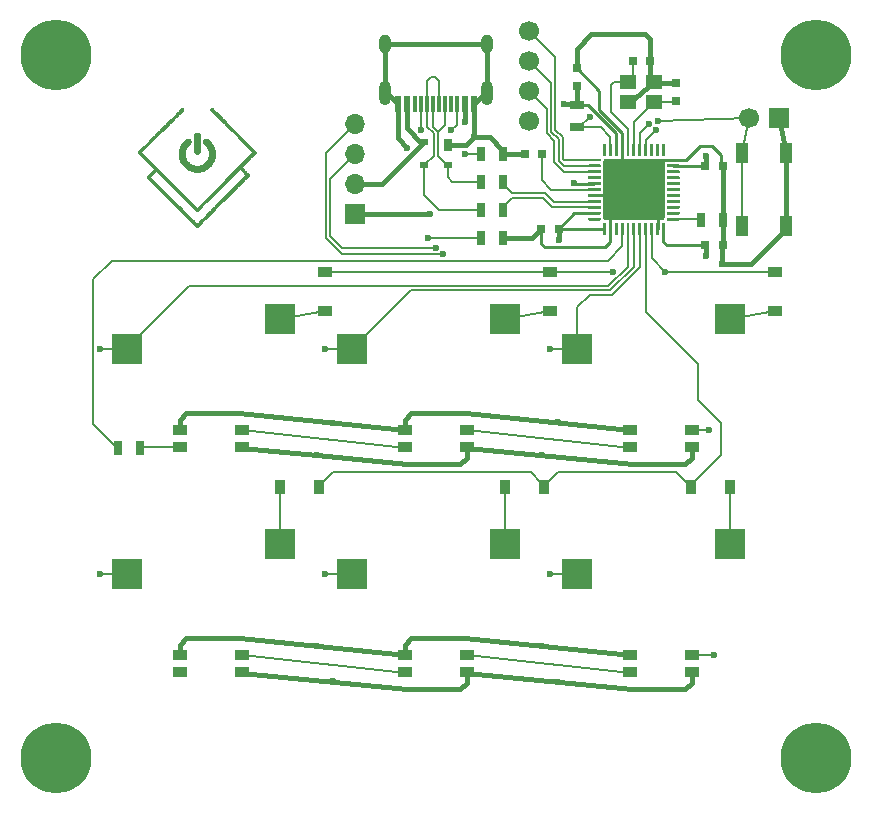
<source format=gbr>
G04 #@! TF.GenerationSoftware,KiCad,Pcbnew,(5.1.5)-3*
G04 #@! TF.CreationDate,2021-05-11T09:46:13+07:00*
G04 #@! TF.ProjectId,uso!VNC,75736f21-564e-4432-9e6b-696361645f70,rev?*
G04 #@! TF.SameCoordinates,Original*
G04 #@! TF.FileFunction,Copper,L2,Bot*
G04 #@! TF.FilePolarity,Positive*
%FSLAX46Y46*%
G04 Gerber Fmt 4.6, Leading zero omitted, Abs format (unit mm)*
G04 Created by KiCad (PCBNEW (5.1.5)-3) date 2021-05-11 09:46:13*
%MOMM*%
%LPD*%
G04 APERTURE LIST*
%ADD10C,0.010000*%
%ADD11C,1.000000*%
%ADD12C,6.000000*%
%ADD13R,1.100000X1.800000*%
%ADD14R,1.700000X1.700000*%
%ADD15C,1.700000*%
%ADD16R,0.700000X1.300000*%
%ADD17O,1.700000X1.700000*%
%ADD18R,1.190000X0.900000*%
%ADD19R,2.550000X2.500000*%
%ADD20R,1.400000X1.200000*%
%ADD21R,0.600000X1.450000*%
%ADD22R,0.300000X1.450000*%
%ADD23O,1.000000X2.100000*%
%ADD24O,1.000000X1.600000*%
%ADD25C,0.100000*%
%ADD26C,0.500000*%
%ADD27R,0.700000X1.000000*%
%ADD28R,0.700000X0.600000*%
%ADD29R,1.300000X0.700000*%
%ADD30R,0.900000X1.200000*%
%ADD31R,1.200000X0.900000*%
%ADD32R,0.750000X0.800000*%
%ADD33R,0.800000X0.750000*%
%ADD34C,0.600000*%
%ADD35C,0.400000*%
%ADD36C,0.250000*%
%ADD37C,0.200000*%
G04 APERTURE END LIST*
D10*
G36*
X247290068Y-93996132D02*
G01*
X247338244Y-94013374D01*
X247363334Y-94027644D01*
X247394447Y-94049214D01*
X247430044Y-94076831D01*
X247468586Y-94109242D01*
X247508534Y-94145196D01*
X247548351Y-94183437D01*
X247553739Y-94188815D01*
X247623675Y-94262824D01*
X247685009Y-94336517D01*
X247739845Y-94412819D01*
X247790283Y-94494657D01*
X247838425Y-94584957D01*
X247838842Y-94585792D01*
X247891950Y-94704912D01*
X247934420Y-94827636D01*
X247966177Y-94953243D01*
X247987145Y-95081009D01*
X247997250Y-95210212D01*
X247996416Y-95340128D01*
X247984568Y-95470036D01*
X247961632Y-95599212D01*
X247949342Y-95650491D01*
X247918043Y-95753851D01*
X247877382Y-95858958D01*
X247828604Y-95963334D01*
X247772953Y-96064504D01*
X247711673Y-96159989D01*
X247655517Y-96235547D01*
X247628606Y-96267347D01*
X247595246Y-96303824D01*
X247557897Y-96342520D01*
X247519020Y-96380974D01*
X247481075Y-96416726D01*
X247446521Y-96447315D01*
X247430747Y-96460336D01*
X247337977Y-96528516D01*
X247238057Y-96591000D01*
X247133026Y-96646817D01*
X247024923Y-96694997D01*
X246915786Y-96734571D01*
X246807654Y-96764568D01*
X246777196Y-96771251D01*
X246699425Y-96784875D01*
X246616800Y-96795037D01*
X246532859Y-96801490D01*
X246451135Y-96803991D01*
X246375166Y-96802294D01*
X246351487Y-96800734D01*
X246231206Y-96786668D01*
X246113736Y-96763311D01*
X245999415Y-96731205D01*
X245874797Y-96685541D01*
X245756071Y-96630332D01*
X245643615Y-96566028D01*
X245537807Y-96493079D01*
X245439027Y-96411938D01*
X245347653Y-96323055D01*
X245264064Y-96226879D01*
X245188637Y-96123863D01*
X245121753Y-96014457D01*
X245063788Y-95899112D01*
X245015122Y-95778278D01*
X244976134Y-95652406D01*
X244947201Y-95521947D01*
X244938420Y-95467839D01*
X244933825Y-95426408D01*
X244930576Y-95376495D01*
X244928674Y-95320956D01*
X244928120Y-95262645D01*
X244928915Y-95204418D01*
X244931058Y-95149129D01*
X244934552Y-95099634D01*
X244938326Y-95066076D01*
X244962235Y-94934359D01*
X244996765Y-94806219D01*
X245041683Y-94682213D01*
X245096754Y-94562900D01*
X245161746Y-94448837D01*
X245236423Y-94340581D01*
X245249585Y-94323412D01*
X245281166Y-94284985D01*
X245317420Y-94244541D01*
X245356896Y-94203416D01*
X245398145Y-94162945D01*
X245439716Y-94124464D01*
X245480159Y-94089309D01*
X245518025Y-94058815D01*
X245551864Y-94034318D01*
X245580225Y-94017153D01*
X245584252Y-94015131D01*
X245633902Y-93997166D01*
X245685404Y-93989783D01*
X245737014Y-93992807D01*
X245786990Y-94006065D01*
X245833590Y-94029386D01*
X245851062Y-94041621D01*
X245875591Y-94064787D01*
X245899690Y-94095123D01*
X245920569Y-94128634D01*
X245935436Y-94161321D01*
X245936219Y-94163592D01*
X245946506Y-94211062D01*
X245947352Y-94261420D01*
X245939151Y-94311760D01*
X245922294Y-94359171D01*
X245905810Y-94388676D01*
X245892797Y-94404976D01*
X245873888Y-94424597D01*
X245852430Y-94444153D01*
X245844314Y-94450856D01*
X245811825Y-94478468D01*
X245775860Y-94511796D01*
X245738600Y-94548585D01*
X245702222Y-94586579D01*
X245668904Y-94623522D01*
X245640825Y-94657160D01*
X245625618Y-94677300D01*
X245577477Y-94752943D01*
X245534623Y-94836139D01*
X245498411Y-94923723D01*
X245470195Y-95012533D01*
X245455874Y-95073997D01*
X245448178Y-95123991D01*
X245442805Y-95181271D01*
X245439904Y-95241918D01*
X245439626Y-95302011D01*
X245442121Y-95357631D01*
X245444173Y-95380017D01*
X245461336Y-95484797D01*
X245489358Y-95586764D01*
X245527876Y-95685186D01*
X245576524Y-95779328D01*
X245634938Y-95868455D01*
X245702753Y-95951835D01*
X245755385Y-96006160D01*
X245833560Y-96073609D01*
X245919350Y-96133427D01*
X246011256Y-96184857D01*
X246107778Y-96227140D01*
X246207416Y-96259517D01*
X246294881Y-96278936D01*
X246329278Y-96283456D01*
X246371635Y-96286757D01*
X246418961Y-96288810D01*
X246468262Y-96289584D01*
X246516546Y-96289050D01*
X246560821Y-96287179D01*
X246598094Y-96283942D01*
X246611668Y-96282050D01*
X246718518Y-96259137D01*
X246821184Y-96226040D01*
X246919008Y-96183193D01*
X247011332Y-96131033D01*
X247097497Y-96069995D01*
X247176845Y-96000513D01*
X247248718Y-95923024D01*
X247312456Y-95837962D01*
X247333879Y-95804603D01*
X247353582Y-95770168D01*
X247374879Y-95728953D01*
X247395959Y-95684792D01*
X247415009Y-95641520D01*
X247430219Y-95602973D01*
X247433496Y-95593688D01*
X247461938Y-95492929D01*
X247479570Y-95389895D01*
X247486500Y-95285641D01*
X247482834Y-95181227D01*
X247468681Y-95077708D01*
X247444149Y-94976144D01*
X247409344Y-94877590D01*
X247364376Y-94783106D01*
X247347976Y-94754105D01*
X247302084Y-94682245D01*
X247252334Y-94616871D01*
X247196539Y-94555439D01*
X247132511Y-94495404D01*
X247106468Y-94473178D01*
X247081502Y-94451633D01*
X247058047Y-94430100D01*
X247038373Y-94410752D01*
X247024751Y-94395761D01*
X247022422Y-94392765D01*
X246999726Y-94353212D01*
X246984204Y-94307838D01*
X246976514Y-94260005D01*
X246977315Y-94213078D01*
X246982080Y-94187014D01*
X247000371Y-94136406D01*
X247026940Y-94092220D01*
X247060533Y-94055065D01*
X247099900Y-94025553D01*
X247143789Y-94004294D01*
X247190948Y-93991897D01*
X247240125Y-93988973D01*
X247290068Y-93996132D01*
G37*
X247290068Y-93996132D02*
X247338244Y-94013374D01*
X247363334Y-94027644D01*
X247394447Y-94049214D01*
X247430044Y-94076831D01*
X247468586Y-94109242D01*
X247508534Y-94145196D01*
X247548351Y-94183437D01*
X247553739Y-94188815D01*
X247623675Y-94262824D01*
X247685009Y-94336517D01*
X247739845Y-94412819D01*
X247790283Y-94494657D01*
X247838425Y-94584957D01*
X247838842Y-94585792D01*
X247891950Y-94704912D01*
X247934420Y-94827636D01*
X247966177Y-94953243D01*
X247987145Y-95081009D01*
X247997250Y-95210212D01*
X247996416Y-95340128D01*
X247984568Y-95470036D01*
X247961632Y-95599212D01*
X247949342Y-95650491D01*
X247918043Y-95753851D01*
X247877382Y-95858958D01*
X247828604Y-95963334D01*
X247772953Y-96064504D01*
X247711673Y-96159989D01*
X247655517Y-96235547D01*
X247628606Y-96267347D01*
X247595246Y-96303824D01*
X247557897Y-96342520D01*
X247519020Y-96380974D01*
X247481075Y-96416726D01*
X247446521Y-96447315D01*
X247430747Y-96460336D01*
X247337977Y-96528516D01*
X247238057Y-96591000D01*
X247133026Y-96646817D01*
X247024923Y-96694997D01*
X246915786Y-96734571D01*
X246807654Y-96764568D01*
X246777196Y-96771251D01*
X246699425Y-96784875D01*
X246616800Y-96795037D01*
X246532859Y-96801490D01*
X246451135Y-96803991D01*
X246375166Y-96802294D01*
X246351487Y-96800734D01*
X246231206Y-96786668D01*
X246113736Y-96763311D01*
X245999415Y-96731205D01*
X245874797Y-96685541D01*
X245756071Y-96630332D01*
X245643615Y-96566028D01*
X245537807Y-96493079D01*
X245439027Y-96411938D01*
X245347653Y-96323055D01*
X245264064Y-96226879D01*
X245188637Y-96123863D01*
X245121753Y-96014457D01*
X245063788Y-95899112D01*
X245015122Y-95778278D01*
X244976134Y-95652406D01*
X244947201Y-95521947D01*
X244938420Y-95467839D01*
X244933825Y-95426408D01*
X244930576Y-95376495D01*
X244928674Y-95320956D01*
X244928120Y-95262645D01*
X244928915Y-95204418D01*
X244931058Y-95149129D01*
X244934552Y-95099634D01*
X244938326Y-95066076D01*
X244962235Y-94934359D01*
X244996765Y-94806219D01*
X245041683Y-94682213D01*
X245096754Y-94562900D01*
X245161746Y-94448837D01*
X245236423Y-94340581D01*
X245249585Y-94323412D01*
X245281166Y-94284985D01*
X245317420Y-94244541D01*
X245356896Y-94203416D01*
X245398145Y-94162945D01*
X245439716Y-94124464D01*
X245480159Y-94089309D01*
X245518025Y-94058815D01*
X245551864Y-94034318D01*
X245580225Y-94017153D01*
X245584252Y-94015131D01*
X245633902Y-93997166D01*
X245685404Y-93989783D01*
X245737014Y-93992807D01*
X245786990Y-94006065D01*
X245833590Y-94029386D01*
X245851062Y-94041621D01*
X245875591Y-94064787D01*
X245899690Y-94095123D01*
X245920569Y-94128634D01*
X245935436Y-94161321D01*
X245936219Y-94163592D01*
X245946506Y-94211062D01*
X245947352Y-94261420D01*
X245939151Y-94311760D01*
X245922294Y-94359171D01*
X245905810Y-94388676D01*
X245892797Y-94404976D01*
X245873888Y-94424597D01*
X245852430Y-94444153D01*
X245844314Y-94450856D01*
X245811825Y-94478468D01*
X245775860Y-94511796D01*
X245738600Y-94548585D01*
X245702222Y-94586579D01*
X245668904Y-94623522D01*
X245640825Y-94657160D01*
X245625618Y-94677300D01*
X245577477Y-94752943D01*
X245534623Y-94836139D01*
X245498411Y-94923723D01*
X245470195Y-95012533D01*
X245455874Y-95073997D01*
X245448178Y-95123991D01*
X245442805Y-95181271D01*
X245439904Y-95241918D01*
X245439626Y-95302011D01*
X245442121Y-95357631D01*
X245444173Y-95380017D01*
X245461336Y-95484797D01*
X245489358Y-95586764D01*
X245527876Y-95685186D01*
X245576524Y-95779328D01*
X245634938Y-95868455D01*
X245702753Y-95951835D01*
X245755385Y-96006160D01*
X245833560Y-96073609D01*
X245919350Y-96133427D01*
X246011256Y-96184857D01*
X246107778Y-96227140D01*
X246207416Y-96259517D01*
X246294881Y-96278936D01*
X246329278Y-96283456D01*
X246371635Y-96286757D01*
X246418961Y-96288810D01*
X246468262Y-96289584D01*
X246516546Y-96289050D01*
X246560821Y-96287179D01*
X246598094Y-96283942D01*
X246611668Y-96282050D01*
X246718518Y-96259137D01*
X246821184Y-96226040D01*
X246919008Y-96183193D01*
X247011332Y-96131033D01*
X247097497Y-96069995D01*
X247176845Y-96000513D01*
X247248718Y-95923024D01*
X247312456Y-95837962D01*
X247333879Y-95804603D01*
X247353582Y-95770168D01*
X247374879Y-95728953D01*
X247395959Y-95684792D01*
X247415009Y-95641520D01*
X247430219Y-95602973D01*
X247433496Y-95593688D01*
X247461938Y-95492929D01*
X247479570Y-95389895D01*
X247486500Y-95285641D01*
X247482834Y-95181227D01*
X247468681Y-95077708D01*
X247444149Y-94976144D01*
X247409344Y-94877590D01*
X247364376Y-94783106D01*
X247347976Y-94754105D01*
X247302084Y-94682245D01*
X247252334Y-94616871D01*
X247196539Y-94555439D01*
X247132511Y-94495404D01*
X247106468Y-94473178D01*
X247081502Y-94451633D01*
X247058047Y-94430100D01*
X247038373Y-94410752D01*
X247024751Y-94395761D01*
X247022422Y-94392765D01*
X246999726Y-94353212D01*
X246984204Y-94307838D01*
X246976514Y-94260005D01*
X246977315Y-94213078D01*
X246982080Y-94187014D01*
X247000371Y-94136406D01*
X247026940Y-94092220D01*
X247060533Y-94055065D01*
X247099900Y-94025553D01*
X247143789Y-94004294D01*
X247190948Y-93991897D01*
X247240125Y-93988973D01*
X247290068Y-93996132D01*
G36*
X245223140Y-91408932D02*
G01*
X245255733Y-91420058D01*
X245283801Y-91439814D01*
X245297729Y-91455960D01*
X245311001Y-91483300D01*
X245317593Y-91515673D01*
X245316836Y-91548410D01*
X245313240Y-91564265D01*
X245311573Y-91567183D01*
X245307621Y-91572319D01*
X245301180Y-91579879D01*
X245292047Y-91590068D01*
X245280017Y-91603092D01*
X245264887Y-91619157D01*
X245246453Y-91638468D01*
X245224511Y-91661232D01*
X245198857Y-91687654D01*
X245169287Y-91717939D01*
X245135597Y-91752294D01*
X245097583Y-91790925D01*
X245055041Y-91834036D01*
X245007767Y-91881835D01*
X244955558Y-91934525D01*
X244898209Y-91992314D01*
X244835517Y-92055407D01*
X244767277Y-92124010D01*
X244693286Y-92198328D01*
X244613340Y-92278568D01*
X244527234Y-92364934D01*
X244434765Y-92457633D01*
X244335729Y-92556871D01*
X244229922Y-92662853D01*
X244117140Y-92775784D01*
X243997179Y-92895872D01*
X243869835Y-93023320D01*
X243734904Y-93158336D01*
X243592183Y-93301125D01*
X243530257Y-93363075D01*
X241754297Y-95139658D01*
X246463267Y-99848628D01*
X248817757Y-97494133D01*
X251172246Y-95139638D01*
X249399073Y-93365919D01*
X249279759Y-93246546D01*
X249162458Y-93129146D01*
X249047430Y-93013978D01*
X248934935Y-92901304D01*
X248825233Y-92791387D01*
X248718583Y-92684486D01*
X248615245Y-92580863D01*
X248515479Y-92480780D01*
X248419546Y-92384497D01*
X248327704Y-92292276D01*
X248240214Y-92204379D01*
X248157335Y-92121066D01*
X248079327Y-92042600D01*
X248006450Y-91969240D01*
X247938965Y-91901249D01*
X247877130Y-91838887D01*
X247821205Y-91782417D01*
X247771450Y-91732099D01*
X247728126Y-91688195D01*
X247691492Y-91650965D01*
X247661807Y-91620672D01*
X247639332Y-91597576D01*
X247624327Y-91581939D01*
X247617050Y-91574022D01*
X247616387Y-91573143D01*
X247607714Y-91543938D01*
X247607667Y-91511517D01*
X247615581Y-91479297D01*
X247630790Y-91450697D01*
X247642887Y-91436932D01*
X247670005Y-91418956D01*
X247702314Y-91408987D01*
X247736421Y-91407509D01*
X247768930Y-91415006D01*
X247775697Y-91417989D01*
X247781137Y-91422365D01*
X247793246Y-91433464D01*
X247812086Y-91451351D01*
X247837722Y-91476088D01*
X247870219Y-91507740D01*
X247909641Y-91546371D01*
X247956050Y-91592043D01*
X248009513Y-91644821D01*
X248070092Y-91704769D01*
X248137852Y-91771949D01*
X248212857Y-91846426D01*
X248295171Y-91928264D01*
X248384858Y-92017527D01*
X248481982Y-92114277D01*
X248586608Y-92218578D01*
X248698799Y-92330495D01*
X248818619Y-92450092D01*
X248946133Y-92577431D01*
X249081405Y-92712576D01*
X249224498Y-92855591D01*
X249375478Y-93006541D01*
X249534407Y-93165488D01*
X249623384Y-93254494D01*
X251447864Y-95079705D01*
X251454751Y-95109671D01*
X251458636Y-95134358D01*
X251457241Y-95157102D01*
X251454724Y-95169603D01*
X251453694Y-95173755D01*
X251452312Y-95177964D01*
X251450190Y-95182633D01*
X251446943Y-95188164D01*
X251442183Y-95194956D01*
X251435525Y-95203413D01*
X251426582Y-95213936D01*
X251414968Y-95226925D01*
X251400296Y-95242784D01*
X251382181Y-95261912D01*
X251360234Y-95284712D01*
X251334071Y-95311586D01*
X251303305Y-95342934D01*
X251267549Y-95379159D01*
X251226417Y-95420661D01*
X251179523Y-95467842D01*
X251126480Y-95521105D01*
X251066901Y-95580849D01*
X251000401Y-95647478D01*
X250926593Y-95721392D01*
X250847787Y-95800293D01*
X250247763Y-96401017D01*
X250553713Y-96707844D01*
X250610781Y-96765097D01*
X250660318Y-96814867D01*
X250702869Y-96857737D01*
X250738980Y-96894289D01*
X250769198Y-96925109D01*
X250794067Y-96950780D01*
X250814134Y-96971885D01*
X250829944Y-96989008D01*
X250842042Y-97002733D01*
X250850975Y-97013643D01*
X250857288Y-97022323D01*
X250861527Y-97029354D01*
X250864237Y-97035322D01*
X250865965Y-97040810D01*
X250866310Y-97042185D01*
X250869952Y-97076589D01*
X250864824Y-97109466D01*
X250858638Y-97124924D01*
X250854226Y-97129732D01*
X250841976Y-97142375D01*
X250822120Y-97162617D01*
X250794895Y-97190225D01*
X250760534Y-97224961D01*
X250719273Y-97266590D01*
X250671346Y-97314878D01*
X250616987Y-97369589D01*
X250556431Y-97430488D01*
X250489914Y-97497338D01*
X250417668Y-97569905D01*
X250339930Y-97647954D01*
X250256933Y-97731248D01*
X250168912Y-97819553D01*
X250076103Y-97912633D01*
X249978739Y-98010253D01*
X249877055Y-98112178D01*
X249771285Y-98218171D01*
X249661665Y-98327998D01*
X249548429Y-98441424D01*
X249431812Y-98558212D01*
X249312047Y-98678128D01*
X249189371Y-98800936D01*
X249064017Y-98926401D01*
X248936220Y-99054287D01*
X248806214Y-99184360D01*
X248691828Y-99298785D01*
X248516614Y-99474029D01*
X248349370Y-99641266D01*
X248190012Y-99800580D01*
X248038458Y-99952053D01*
X247894623Y-100095769D01*
X247758423Y-100231812D01*
X247629775Y-100360264D01*
X247508595Y-100481210D01*
X247394799Y-100594731D01*
X247288304Y-100700912D01*
X247189026Y-100799836D01*
X247096881Y-100891587D01*
X247011784Y-100976246D01*
X246933654Y-101053898D01*
X246862405Y-101124627D01*
X246797955Y-101188514D01*
X246740219Y-101245645D01*
X246689113Y-101296101D01*
X246644554Y-101339966D01*
X246606459Y-101377324D01*
X246574743Y-101408257D01*
X246549322Y-101432850D01*
X246530114Y-101451185D01*
X246517034Y-101463345D01*
X246509998Y-101469415D01*
X246508926Y-101470126D01*
X246477120Y-101479056D01*
X246441649Y-101478615D01*
X246420454Y-101473972D01*
X246417388Y-101471991D01*
X246411240Y-101466877D01*
X246401837Y-101458457D01*
X246389007Y-101446560D01*
X246372576Y-101431015D01*
X246352372Y-101411649D01*
X246328222Y-101388291D01*
X246299954Y-101360769D01*
X246267393Y-101328912D01*
X246230368Y-101292548D01*
X246188705Y-101251505D01*
X246142232Y-101205612D01*
X246090775Y-101154698D01*
X246034163Y-101098590D01*
X245972222Y-101037117D01*
X245904779Y-100970107D01*
X245831661Y-100897389D01*
X245752696Y-100818790D01*
X245667711Y-100734141D01*
X245576532Y-100643268D01*
X245478988Y-100546000D01*
X245374905Y-100442166D01*
X245264110Y-100331593D01*
X245146430Y-100214111D01*
X245021693Y-100089548D01*
X244889726Y-99957731D01*
X244750356Y-99818490D01*
X244603410Y-99671653D01*
X244448715Y-99517048D01*
X244315656Y-99384049D01*
X244182608Y-99251035D01*
X244051947Y-99120371D01*
X243923900Y-98992283D01*
X243798695Y-98866999D01*
X243676556Y-98744748D01*
X243557713Y-98625757D01*
X243442390Y-98510254D01*
X243330816Y-98398466D01*
X243223216Y-98290622D01*
X243119818Y-98186950D01*
X243020849Y-98087676D01*
X242926535Y-97993029D01*
X242837104Y-97903237D01*
X242752781Y-97818528D01*
X242673795Y-97739128D01*
X242600371Y-97665267D01*
X242532736Y-97597172D01*
X242471118Y-97535071D01*
X242415743Y-97479191D01*
X242366838Y-97429761D01*
X242324630Y-97387007D01*
X242289345Y-97351159D01*
X242261211Y-97322443D01*
X242240454Y-97301088D01*
X242227301Y-97287321D01*
X242221979Y-97281371D01*
X242221890Y-97281222D01*
X242210705Y-97246448D01*
X242210642Y-97228721D01*
X242496308Y-97228721D01*
X244476932Y-99209443D01*
X244602991Y-99335493D01*
X244727036Y-99459498D01*
X244848824Y-99581215D01*
X244968108Y-99700400D01*
X245084644Y-99816809D01*
X245198188Y-99930199D01*
X245308494Y-100040324D01*
X245415318Y-100146943D01*
X245518415Y-100249810D01*
X245617540Y-100348682D01*
X245712448Y-100443315D01*
X245802895Y-100533466D01*
X245888637Y-100618889D01*
X245969427Y-100699343D01*
X246045021Y-100774582D01*
X246115175Y-100844363D01*
X246179644Y-100908442D01*
X246238182Y-100966576D01*
X246290546Y-101018519D01*
X246336490Y-101064030D01*
X246375770Y-101102863D01*
X246408141Y-101134775D01*
X246433357Y-101159522D01*
X246451175Y-101176860D01*
X246461349Y-101186545D01*
X246463812Y-101188643D01*
X246468198Y-101184547D01*
X246480409Y-101172612D01*
X246500204Y-101153077D01*
X246527343Y-101126182D01*
X246561587Y-101092166D01*
X246602695Y-101051270D01*
X246650427Y-101003734D01*
X246704544Y-100949798D01*
X246764804Y-100889700D01*
X246830968Y-100823682D01*
X246902796Y-100751982D01*
X246980047Y-100674842D01*
X247062483Y-100592500D01*
X247149861Y-100505197D01*
X247241943Y-100413172D01*
X247338489Y-100316666D01*
X247439258Y-100215917D01*
X247544009Y-100111167D01*
X247652504Y-100002655D01*
X247764502Y-99890620D01*
X247879763Y-99775303D01*
X247998047Y-99656943D01*
X248119113Y-99535780D01*
X248242722Y-99412055D01*
X248368633Y-99286007D01*
X248496607Y-99157875D01*
X248525406Y-99129038D01*
X250580744Y-97070957D01*
X250329959Y-96820221D01*
X250079175Y-96569485D01*
X248305466Y-98342997D01*
X248149618Y-98498810D01*
X248001702Y-98646653D01*
X247861599Y-98786645D01*
X247729188Y-98918906D01*
X247604348Y-99043557D01*
X247486959Y-99160717D01*
X247376899Y-99270507D01*
X247274048Y-99373045D01*
X247178286Y-99468451D01*
X247089491Y-99556847D01*
X247007543Y-99638351D01*
X246932321Y-99713083D01*
X246863705Y-99781164D01*
X246801573Y-99842713D01*
X246745805Y-99897850D01*
X246696280Y-99946694D01*
X246652878Y-99989367D01*
X246615478Y-100025987D01*
X246583959Y-100056674D01*
X246558200Y-100081549D01*
X246538080Y-100100731D01*
X246523480Y-100114341D01*
X246514278Y-100122497D01*
X246510537Y-100125264D01*
X246486221Y-100131606D01*
X246457601Y-100133783D01*
X246430310Y-100131627D01*
X246416545Y-100128048D01*
X246411355Y-100123601D01*
X246398330Y-100111303D01*
X246377698Y-100091379D01*
X246349689Y-100064059D01*
X246314533Y-100029570D01*
X246272457Y-99988140D01*
X246223691Y-99939996D01*
X246168465Y-99885366D01*
X246107007Y-99824477D01*
X246039547Y-99757558D01*
X245966313Y-99684837D01*
X245887535Y-99606540D01*
X245803441Y-99522895D01*
X245714262Y-99434131D01*
X245620225Y-99340475D01*
X245521560Y-99242155D01*
X245418496Y-99139397D01*
X245311262Y-99032431D01*
X245200088Y-98921484D01*
X245085202Y-98806783D01*
X244966833Y-98688557D01*
X244845211Y-98567032D01*
X244720565Y-98442437D01*
X244700958Y-98422834D01*
X243001438Y-96723591D01*
X242496308Y-97228721D01*
X242210642Y-97228721D01*
X242210580Y-97211415D01*
X242213833Y-97195907D01*
X242215626Y-97190402D01*
X242218459Y-97184344D01*
X242222879Y-97177150D01*
X242229430Y-97168240D01*
X242238657Y-97157033D01*
X242251105Y-97142946D01*
X242267319Y-97125400D01*
X242287845Y-97103813D01*
X242313227Y-97077603D01*
X242344010Y-97046189D01*
X242380740Y-97008991D01*
X242423962Y-96965426D01*
X242474220Y-96914914D01*
X242527018Y-96861929D01*
X242832930Y-96555075D01*
X242158236Y-95880176D01*
X242062378Y-95784236D01*
X241974468Y-95696137D01*
X241894330Y-95615701D01*
X241821789Y-95542750D01*
X241756671Y-95477104D01*
X241698798Y-95418586D01*
X241647997Y-95367016D01*
X241604091Y-95322215D01*
X241566904Y-95284006D01*
X241536263Y-95252209D01*
X241511990Y-95226645D01*
X241493912Y-95207136D01*
X241481851Y-95193504D01*
X241475633Y-95185569D01*
X241474785Y-95184056D01*
X241467037Y-95151397D01*
X241468727Y-95117084D01*
X241476994Y-95091120D01*
X241481876Y-95085253D01*
X241494533Y-95071653D01*
X241514653Y-95050633D01*
X241541926Y-95022503D01*
X241576038Y-94987575D01*
X241616680Y-94946161D01*
X241663539Y-94898572D01*
X241716303Y-94845119D01*
X241774661Y-94786114D01*
X241838302Y-94721868D01*
X241906913Y-94652692D01*
X241980184Y-94578899D01*
X242057803Y-94500799D01*
X242139457Y-94418704D01*
X242224837Y-94332925D01*
X242313629Y-94243773D01*
X242405522Y-94151561D01*
X242500206Y-94056599D01*
X242597368Y-93959200D01*
X242696696Y-93859673D01*
X242797879Y-93758332D01*
X242900606Y-93655486D01*
X243004565Y-93551448D01*
X243109445Y-93446529D01*
X243214933Y-93341041D01*
X243320718Y-93235294D01*
X243426489Y-93129600D01*
X243531934Y-93024272D01*
X243636741Y-92919619D01*
X243740600Y-92815954D01*
X243843197Y-92713588D01*
X243944223Y-92612832D01*
X244043365Y-92513997D01*
X244140311Y-92417396D01*
X244234750Y-92323340D01*
X244326371Y-92232139D01*
X244414861Y-92144106D01*
X244499910Y-92059552D01*
X244581206Y-91978788D01*
X244658437Y-91902126D01*
X244731291Y-91829877D01*
X244799457Y-91762352D01*
X244862624Y-91699863D01*
X244920480Y-91642722D01*
X244972712Y-91591239D01*
X245019011Y-91545727D01*
X245059064Y-91506496D01*
X245092559Y-91473858D01*
X245119185Y-91448124D01*
X245138630Y-91429606D01*
X245150584Y-91418616D01*
X245154552Y-91415449D01*
X245188565Y-91407156D01*
X245223140Y-91408932D01*
G37*
X245223140Y-91408932D02*
X245255733Y-91420058D01*
X245283801Y-91439814D01*
X245297729Y-91455960D01*
X245311001Y-91483300D01*
X245317593Y-91515673D01*
X245316836Y-91548410D01*
X245313240Y-91564265D01*
X245311573Y-91567183D01*
X245307621Y-91572319D01*
X245301180Y-91579879D01*
X245292047Y-91590068D01*
X245280017Y-91603092D01*
X245264887Y-91619157D01*
X245246453Y-91638468D01*
X245224511Y-91661232D01*
X245198857Y-91687654D01*
X245169287Y-91717939D01*
X245135597Y-91752294D01*
X245097583Y-91790925D01*
X245055041Y-91834036D01*
X245007767Y-91881835D01*
X244955558Y-91934525D01*
X244898209Y-91992314D01*
X244835517Y-92055407D01*
X244767277Y-92124010D01*
X244693286Y-92198328D01*
X244613340Y-92278568D01*
X244527234Y-92364934D01*
X244434765Y-92457633D01*
X244335729Y-92556871D01*
X244229922Y-92662853D01*
X244117140Y-92775784D01*
X243997179Y-92895872D01*
X243869835Y-93023320D01*
X243734904Y-93158336D01*
X243592183Y-93301125D01*
X243530257Y-93363075D01*
X241754297Y-95139658D01*
X246463267Y-99848628D01*
X248817757Y-97494133D01*
X251172246Y-95139638D01*
X249399073Y-93365919D01*
X249279759Y-93246546D01*
X249162458Y-93129146D01*
X249047430Y-93013978D01*
X248934935Y-92901304D01*
X248825233Y-92791387D01*
X248718583Y-92684486D01*
X248615245Y-92580863D01*
X248515479Y-92480780D01*
X248419546Y-92384497D01*
X248327704Y-92292276D01*
X248240214Y-92204379D01*
X248157335Y-92121066D01*
X248079327Y-92042600D01*
X248006450Y-91969240D01*
X247938965Y-91901249D01*
X247877130Y-91838887D01*
X247821205Y-91782417D01*
X247771450Y-91732099D01*
X247728126Y-91688195D01*
X247691492Y-91650965D01*
X247661807Y-91620672D01*
X247639332Y-91597576D01*
X247624327Y-91581939D01*
X247617050Y-91574022D01*
X247616387Y-91573143D01*
X247607714Y-91543938D01*
X247607667Y-91511517D01*
X247615581Y-91479297D01*
X247630790Y-91450697D01*
X247642887Y-91436932D01*
X247670005Y-91418956D01*
X247702314Y-91408987D01*
X247736421Y-91407509D01*
X247768930Y-91415006D01*
X247775697Y-91417989D01*
X247781137Y-91422365D01*
X247793246Y-91433464D01*
X247812086Y-91451351D01*
X247837722Y-91476088D01*
X247870219Y-91507740D01*
X247909641Y-91546371D01*
X247956050Y-91592043D01*
X248009513Y-91644821D01*
X248070092Y-91704769D01*
X248137852Y-91771949D01*
X248212857Y-91846426D01*
X248295171Y-91928264D01*
X248384858Y-92017527D01*
X248481982Y-92114277D01*
X248586608Y-92218578D01*
X248698799Y-92330495D01*
X248818619Y-92450092D01*
X248946133Y-92577431D01*
X249081405Y-92712576D01*
X249224498Y-92855591D01*
X249375478Y-93006541D01*
X249534407Y-93165488D01*
X249623384Y-93254494D01*
X251447864Y-95079705D01*
X251454751Y-95109671D01*
X251458636Y-95134358D01*
X251457241Y-95157102D01*
X251454724Y-95169603D01*
X251453694Y-95173755D01*
X251452312Y-95177964D01*
X251450190Y-95182633D01*
X251446943Y-95188164D01*
X251442183Y-95194956D01*
X251435525Y-95203413D01*
X251426582Y-95213936D01*
X251414968Y-95226925D01*
X251400296Y-95242784D01*
X251382181Y-95261912D01*
X251360234Y-95284712D01*
X251334071Y-95311586D01*
X251303305Y-95342934D01*
X251267549Y-95379159D01*
X251226417Y-95420661D01*
X251179523Y-95467842D01*
X251126480Y-95521105D01*
X251066901Y-95580849D01*
X251000401Y-95647478D01*
X250926593Y-95721392D01*
X250847787Y-95800293D01*
X250247763Y-96401017D01*
X250553713Y-96707844D01*
X250610781Y-96765097D01*
X250660318Y-96814867D01*
X250702869Y-96857737D01*
X250738980Y-96894289D01*
X250769198Y-96925109D01*
X250794067Y-96950780D01*
X250814134Y-96971885D01*
X250829944Y-96989008D01*
X250842042Y-97002733D01*
X250850975Y-97013643D01*
X250857288Y-97022323D01*
X250861527Y-97029354D01*
X250864237Y-97035322D01*
X250865965Y-97040810D01*
X250866310Y-97042185D01*
X250869952Y-97076589D01*
X250864824Y-97109466D01*
X250858638Y-97124924D01*
X250854226Y-97129732D01*
X250841976Y-97142375D01*
X250822120Y-97162617D01*
X250794895Y-97190225D01*
X250760534Y-97224961D01*
X250719273Y-97266590D01*
X250671346Y-97314878D01*
X250616987Y-97369589D01*
X250556431Y-97430488D01*
X250489914Y-97497338D01*
X250417668Y-97569905D01*
X250339930Y-97647954D01*
X250256933Y-97731248D01*
X250168912Y-97819553D01*
X250076103Y-97912633D01*
X249978739Y-98010253D01*
X249877055Y-98112178D01*
X249771285Y-98218171D01*
X249661665Y-98327998D01*
X249548429Y-98441424D01*
X249431812Y-98558212D01*
X249312047Y-98678128D01*
X249189371Y-98800936D01*
X249064017Y-98926401D01*
X248936220Y-99054287D01*
X248806214Y-99184360D01*
X248691828Y-99298785D01*
X248516614Y-99474029D01*
X248349370Y-99641266D01*
X248190012Y-99800580D01*
X248038458Y-99952053D01*
X247894623Y-100095769D01*
X247758423Y-100231812D01*
X247629775Y-100360264D01*
X247508595Y-100481210D01*
X247394799Y-100594731D01*
X247288304Y-100700912D01*
X247189026Y-100799836D01*
X247096881Y-100891587D01*
X247011784Y-100976246D01*
X246933654Y-101053898D01*
X246862405Y-101124627D01*
X246797955Y-101188514D01*
X246740219Y-101245645D01*
X246689113Y-101296101D01*
X246644554Y-101339966D01*
X246606459Y-101377324D01*
X246574743Y-101408257D01*
X246549322Y-101432850D01*
X246530114Y-101451185D01*
X246517034Y-101463345D01*
X246509998Y-101469415D01*
X246508926Y-101470126D01*
X246477120Y-101479056D01*
X246441649Y-101478615D01*
X246420454Y-101473972D01*
X246417388Y-101471991D01*
X246411240Y-101466877D01*
X246401837Y-101458457D01*
X246389007Y-101446560D01*
X246372576Y-101431015D01*
X246352372Y-101411649D01*
X246328222Y-101388291D01*
X246299954Y-101360769D01*
X246267393Y-101328912D01*
X246230368Y-101292548D01*
X246188705Y-101251505D01*
X246142232Y-101205612D01*
X246090775Y-101154698D01*
X246034163Y-101098590D01*
X245972222Y-101037117D01*
X245904779Y-100970107D01*
X245831661Y-100897389D01*
X245752696Y-100818790D01*
X245667711Y-100734141D01*
X245576532Y-100643268D01*
X245478988Y-100546000D01*
X245374905Y-100442166D01*
X245264110Y-100331593D01*
X245146430Y-100214111D01*
X245021693Y-100089548D01*
X244889726Y-99957731D01*
X244750356Y-99818490D01*
X244603410Y-99671653D01*
X244448715Y-99517048D01*
X244315656Y-99384049D01*
X244182608Y-99251035D01*
X244051947Y-99120371D01*
X243923900Y-98992283D01*
X243798695Y-98866999D01*
X243676556Y-98744748D01*
X243557713Y-98625757D01*
X243442390Y-98510254D01*
X243330816Y-98398466D01*
X243223216Y-98290622D01*
X243119818Y-98186950D01*
X243020849Y-98087676D01*
X242926535Y-97993029D01*
X242837104Y-97903237D01*
X242752781Y-97818528D01*
X242673795Y-97739128D01*
X242600371Y-97665267D01*
X242532736Y-97597172D01*
X242471118Y-97535071D01*
X242415743Y-97479191D01*
X242366838Y-97429761D01*
X242324630Y-97387007D01*
X242289345Y-97351159D01*
X242261211Y-97322443D01*
X242240454Y-97301088D01*
X242227301Y-97287321D01*
X242221979Y-97281371D01*
X242221890Y-97281222D01*
X242210705Y-97246448D01*
X242210642Y-97228721D01*
X242496308Y-97228721D01*
X244476932Y-99209443D01*
X244602991Y-99335493D01*
X244727036Y-99459498D01*
X244848824Y-99581215D01*
X244968108Y-99700400D01*
X245084644Y-99816809D01*
X245198188Y-99930199D01*
X245308494Y-100040324D01*
X245415318Y-100146943D01*
X245518415Y-100249810D01*
X245617540Y-100348682D01*
X245712448Y-100443315D01*
X245802895Y-100533466D01*
X245888637Y-100618889D01*
X245969427Y-100699343D01*
X246045021Y-100774582D01*
X246115175Y-100844363D01*
X246179644Y-100908442D01*
X246238182Y-100966576D01*
X246290546Y-101018519D01*
X246336490Y-101064030D01*
X246375770Y-101102863D01*
X246408141Y-101134775D01*
X246433357Y-101159522D01*
X246451175Y-101176860D01*
X246461349Y-101186545D01*
X246463812Y-101188643D01*
X246468198Y-101184547D01*
X246480409Y-101172612D01*
X246500204Y-101153077D01*
X246527343Y-101126182D01*
X246561587Y-101092166D01*
X246602695Y-101051270D01*
X246650427Y-101003734D01*
X246704544Y-100949798D01*
X246764804Y-100889700D01*
X246830968Y-100823682D01*
X246902796Y-100751982D01*
X246980047Y-100674842D01*
X247062483Y-100592500D01*
X247149861Y-100505197D01*
X247241943Y-100413172D01*
X247338489Y-100316666D01*
X247439258Y-100215917D01*
X247544009Y-100111167D01*
X247652504Y-100002655D01*
X247764502Y-99890620D01*
X247879763Y-99775303D01*
X247998047Y-99656943D01*
X248119113Y-99535780D01*
X248242722Y-99412055D01*
X248368633Y-99286007D01*
X248496607Y-99157875D01*
X248525406Y-99129038D01*
X250580744Y-97070957D01*
X250329959Y-96820221D01*
X250079175Y-96569485D01*
X248305466Y-98342997D01*
X248149618Y-98498810D01*
X248001702Y-98646653D01*
X247861599Y-98786645D01*
X247729188Y-98918906D01*
X247604348Y-99043557D01*
X247486959Y-99160717D01*
X247376899Y-99270507D01*
X247274048Y-99373045D01*
X247178286Y-99468451D01*
X247089491Y-99556847D01*
X247007543Y-99638351D01*
X246932321Y-99713083D01*
X246863705Y-99781164D01*
X246801573Y-99842713D01*
X246745805Y-99897850D01*
X246696280Y-99946694D01*
X246652878Y-99989367D01*
X246615478Y-100025987D01*
X246583959Y-100056674D01*
X246558200Y-100081549D01*
X246538080Y-100100731D01*
X246523480Y-100114341D01*
X246514278Y-100122497D01*
X246510537Y-100125264D01*
X246486221Y-100131606D01*
X246457601Y-100133783D01*
X246430310Y-100131627D01*
X246416545Y-100128048D01*
X246411355Y-100123601D01*
X246398330Y-100111303D01*
X246377698Y-100091379D01*
X246349689Y-100064059D01*
X246314533Y-100029570D01*
X246272457Y-99988140D01*
X246223691Y-99939996D01*
X246168465Y-99885366D01*
X246107007Y-99824477D01*
X246039547Y-99757558D01*
X245966313Y-99684837D01*
X245887535Y-99606540D01*
X245803441Y-99522895D01*
X245714262Y-99434131D01*
X245620225Y-99340475D01*
X245521560Y-99242155D01*
X245418496Y-99139397D01*
X245311262Y-99032431D01*
X245200088Y-98921484D01*
X245085202Y-98806783D01*
X244966833Y-98688557D01*
X244845211Y-98567032D01*
X244720565Y-98442437D01*
X244700958Y-98422834D01*
X243001438Y-96723591D01*
X242496308Y-97228721D01*
X242210642Y-97228721D01*
X242210580Y-97211415D01*
X242213833Y-97195907D01*
X242215626Y-97190402D01*
X242218459Y-97184344D01*
X242222879Y-97177150D01*
X242229430Y-97168240D01*
X242238657Y-97157033D01*
X242251105Y-97142946D01*
X242267319Y-97125400D01*
X242287845Y-97103813D01*
X242313227Y-97077603D01*
X242344010Y-97046189D01*
X242380740Y-97008991D01*
X242423962Y-96965426D01*
X242474220Y-96914914D01*
X242527018Y-96861929D01*
X242832930Y-96555075D01*
X242158236Y-95880176D01*
X242062378Y-95784236D01*
X241974468Y-95696137D01*
X241894330Y-95615701D01*
X241821789Y-95542750D01*
X241756671Y-95477104D01*
X241698798Y-95418586D01*
X241647997Y-95367016D01*
X241604091Y-95322215D01*
X241566904Y-95284006D01*
X241536263Y-95252209D01*
X241511990Y-95226645D01*
X241493912Y-95207136D01*
X241481851Y-95193504D01*
X241475633Y-95185569D01*
X241474785Y-95184056D01*
X241467037Y-95151397D01*
X241468727Y-95117084D01*
X241476994Y-95091120D01*
X241481876Y-95085253D01*
X241494533Y-95071653D01*
X241514653Y-95050633D01*
X241541926Y-95022503D01*
X241576038Y-94987575D01*
X241616680Y-94946161D01*
X241663539Y-94898572D01*
X241716303Y-94845119D01*
X241774661Y-94786114D01*
X241838302Y-94721868D01*
X241906913Y-94652692D01*
X241980184Y-94578899D01*
X242057803Y-94500799D01*
X242139457Y-94418704D01*
X242224837Y-94332925D01*
X242313629Y-94243773D01*
X242405522Y-94151561D01*
X242500206Y-94056599D01*
X242597368Y-93959200D01*
X242696696Y-93859673D01*
X242797879Y-93758332D01*
X242900606Y-93655486D01*
X243004565Y-93551448D01*
X243109445Y-93446529D01*
X243214933Y-93341041D01*
X243320718Y-93235294D01*
X243426489Y-93129600D01*
X243531934Y-93024272D01*
X243636741Y-92919619D01*
X243740600Y-92815954D01*
X243843197Y-92713588D01*
X243944223Y-92612832D01*
X244043365Y-92513997D01*
X244140311Y-92417396D01*
X244234750Y-92323340D01*
X244326371Y-92232139D01*
X244414861Y-92144106D01*
X244499910Y-92059552D01*
X244581206Y-91978788D01*
X244658437Y-91902126D01*
X244731291Y-91829877D01*
X244799457Y-91762352D01*
X244862624Y-91699863D01*
X244920480Y-91642722D01*
X244972712Y-91591239D01*
X245019011Y-91545727D01*
X245059064Y-91506496D01*
X245092559Y-91473858D01*
X245119185Y-91448124D01*
X245138630Y-91429606D01*
X245150584Y-91418616D01*
X245154552Y-91415449D01*
X245188565Y-91407156D01*
X245223140Y-91408932D01*
G36*
X246509123Y-93480074D02*
G01*
X246551030Y-93491533D01*
X246562290Y-93496093D01*
X246605424Y-93520713D01*
X246643923Y-93553596D01*
X246675810Y-93592569D01*
X246699109Y-93635457D01*
X246705787Y-93653885D01*
X246707518Y-93659721D01*
X246709066Y-93665829D01*
X246710440Y-93672848D01*
X246711651Y-93681416D01*
X246712709Y-93692173D01*
X246713623Y-93705757D01*
X246714405Y-93722808D01*
X246715064Y-93743964D01*
X246715611Y-93769865D01*
X246716055Y-93801150D01*
X246716406Y-93838457D01*
X246716675Y-93882425D01*
X246716873Y-93933694D01*
X246717008Y-93992903D01*
X246717092Y-94060690D01*
X246717133Y-94137694D01*
X246717144Y-94224556D01*
X246717133Y-94321912D01*
X246717124Y-94368250D01*
X246717053Y-94476999D01*
X246716889Y-94577695D01*
X246716634Y-94670010D01*
X246716291Y-94753621D01*
X246715863Y-94828202D01*
X246715353Y-94893429D01*
X246714762Y-94948976D01*
X246714094Y-94994520D01*
X246713352Y-95029734D01*
X246712537Y-95054295D01*
X246711654Y-95067876D01*
X246711334Y-95069952D01*
X246697662Y-95110733D01*
X246675481Y-95148996D01*
X246647377Y-95183025D01*
X246616150Y-95213089D01*
X246585678Y-95234750D01*
X246552539Y-95250232D01*
X246535003Y-95256026D01*
X246502198Y-95262492D01*
X246464418Y-95264877D01*
X246426304Y-95263231D01*
X246392502Y-95257600D01*
X246381722Y-95254416D01*
X246334570Y-95232283D01*
X246292936Y-95201105D01*
X246258096Y-95162431D01*
X246231331Y-95117813D01*
X246213920Y-95068802D01*
X246209438Y-95045457D01*
X246208549Y-95033362D01*
X246207735Y-95010774D01*
X246206996Y-94978607D01*
X246206332Y-94937776D01*
X246205743Y-94889195D01*
X246205229Y-94833778D01*
X246204789Y-94772440D01*
X246204424Y-94706095D01*
X246204133Y-94635658D01*
X246203917Y-94562042D01*
X246203775Y-94486162D01*
X246203708Y-94408932D01*
X246203715Y-94331267D01*
X246203796Y-94254082D01*
X246203951Y-94178289D01*
X246204180Y-94104805D01*
X246204484Y-94034542D01*
X246204861Y-93968416D01*
X246205313Y-93907341D01*
X246205838Y-93852231D01*
X246206437Y-93804000D01*
X246207110Y-93763563D01*
X246207856Y-93731834D01*
X246208676Y-93709728D01*
X246209533Y-93698401D01*
X246222478Y-93646926D01*
X246245191Y-93599961D01*
X246276521Y-93558684D01*
X246315315Y-93524277D01*
X246360421Y-93497919D01*
X246410689Y-93480790D01*
X246424667Y-93477958D01*
X246465336Y-93475330D01*
X246509123Y-93480074D01*
G37*
X246509123Y-93480074D02*
X246551030Y-93491533D01*
X246562290Y-93496093D01*
X246605424Y-93520713D01*
X246643923Y-93553596D01*
X246675810Y-93592569D01*
X246699109Y-93635457D01*
X246705787Y-93653885D01*
X246707518Y-93659721D01*
X246709066Y-93665829D01*
X246710440Y-93672848D01*
X246711651Y-93681416D01*
X246712709Y-93692173D01*
X246713623Y-93705757D01*
X246714405Y-93722808D01*
X246715064Y-93743964D01*
X246715611Y-93769865D01*
X246716055Y-93801150D01*
X246716406Y-93838457D01*
X246716675Y-93882425D01*
X246716873Y-93933694D01*
X246717008Y-93992903D01*
X246717092Y-94060690D01*
X246717133Y-94137694D01*
X246717144Y-94224556D01*
X246717133Y-94321912D01*
X246717124Y-94368250D01*
X246717053Y-94476999D01*
X246716889Y-94577695D01*
X246716634Y-94670010D01*
X246716291Y-94753621D01*
X246715863Y-94828202D01*
X246715353Y-94893429D01*
X246714762Y-94948976D01*
X246714094Y-94994520D01*
X246713352Y-95029734D01*
X246712537Y-95054295D01*
X246711654Y-95067876D01*
X246711334Y-95069952D01*
X246697662Y-95110733D01*
X246675481Y-95148996D01*
X246647377Y-95183025D01*
X246616150Y-95213089D01*
X246585678Y-95234750D01*
X246552539Y-95250232D01*
X246535003Y-95256026D01*
X246502198Y-95262492D01*
X246464418Y-95264877D01*
X246426304Y-95263231D01*
X246392502Y-95257600D01*
X246381722Y-95254416D01*
X246334570Y-95232283D01*
X246292936Y-95201105D01*
X246258096Y-95162431D01*
X246231331Y-95117813D01*
X246213920Y-95068802D01*
X246209438Y-95045457D01*
X246208549Y-95033362D01*
X246207735Y-95010774D01*
X246206996Y-94978607D01*
X246206332Y-94937776D01*
X246205743Y-94889195D01*
X246205229Y-94833778D01*
X246204789Y-94772440D01*
X246204424Y-94706095D01*
X246204133Y-94635658D01*
X246203917Y-94562042D01*
X246203775Y-94486162D01*
X246203708Y-94408932D01*
X246203715Y-94331267D01*
X246203796Y-94254082D01*
X246203951Y-94178289D01*
X246204180Y-94104805D01*
X246204484Y-94034542D01*
X246204861Y-93968416D01*
X246205313Y-93907341D01*
X246205838Y-93852231D01*
X246206437Y-93804000D01*
X246207110Y-93763563D01*
X246207856Y-93731834D01*
X246208676Y-93709728D01*
X246209533Y-93698401D01*
X246222478Y-93646926D01*
X246245191Y-93599961D01*
X246276521Y-93558684D01*
X246315315Y-93524277D01*
X246360421Y-93497919D01*
X246410689Y-93480790D01*
X246424667Y-93477958D01*
X246465336Y-93475330D01*
X246509123Y-93480074D01*
D11*
X233029125Y-85137625D03*
X233029125Y-88693625D03*
X236077125Y-88693625D03*
X236077125Y-85137625D03*
X236839125Y-86915625D03*
X234553125Y-89201625D03*
X232267125Y-86915625D03*
X234553125Y-84629625D03*
D12*
X234553125Y-86915625D03*
D11*
X297322875Y-144668875D03*
X297322875Y-148224875D03*
X300370875Y-148224875D03*
X300370875Y-144668875D03*
X301132875Y-146446875D03*
X298846875Y-148732875D03*
X296560875Y-146446875D03*
X298846875Y-144160875D03*
D12*
X298846875Y-146446875D03*
X298846875Y-86915625D03*
D11*
X298846875Y-84629625D03*
X296560875Y-86915625D03*
X298846875Y-89201625D03*
X301132875Y-86915625D03*
X300370875Y-85137625D03*
X300370875Y-88693625D03*
X297322875Y-88693625D03*
X297322875Y-85137625D03*
D12*
X234553125Y-146446875D03*
D11*
X234553125Y-144160875D03*
X232267125Y-146446875D03*
X234553125Y-148732875D03*
X236839125Y-146446875D03*
X236077125Y-144668875D03*
X236077125Y-148224875D03*
X233029125Y-148224875D03*
X233029125Y-144668875D03*
D13*
X296327000Y-95166000D03*
X292627000Y-101366000D03*
X292627000Y-95166000D03*
X296327000Y-101366000D03*
D14*
X295747000Y-92266000D03*
D15*
X293207000Y-92266000D03*
X274574000Y-87376000D03*
X274574000Y-89916000D03*
X274574000Y-84836000D03*
X274574000Y-92456000D03*
D16*
X241678500Y-120142000D03*
X239778500Y-120142000D03*
D14*
X259826250Y-100396250D03*
D17*
X259826250Y-92776250D03*
X259826250Y-97856250D03*
X259826250Y-95316250D03*
D18*
X245055000Y-137680000D03*
X250245000Y-139180000D03*
X250245000Y-137680000D03*
X245055000Y-139180000D03*
X264105000Y-137680000D03*
X269295000Y-139180000D03*
X269295000Y-137680000D03*
X264105000Y-139180000D03*
X283155000Y-139180000D03*
X288345000Y-137680000D03*
X288345000Y-139180000D03*
X283155000Y-137680000D03*
D19*
X291592000Y-128270000D03*
X278665000Y-130810000D03*
X291592000Y-109220000D03*
X278665000Y-111760000D03*
X259615000Y-130810000D03*
X272542000Y-128270000D03*
X259615000Y-111760000D03*
X272542000Y-109220000D03*
X240565000Y-130810000D03*
X253492000Y-128270000D03*
X240565000Y-111760000D03*
X253492000Y-109220000D03*
D20*
X285199000Y-89193000D03*
X282999000Y-89193000D03*
X282999000Y-90893000D03*
X285199000Y-90893000D03*
D21*
X269925000Y-91038750D03*
X263475000Y-91038750D03*
X269150000Y-91038750D03*
X264250000Y-91038750D03*
D22*
X264950000Y-91038750D03*
X268450000Y-91038750D03*
X265450000Y-91038750D03*
X267950000Y-91038750D03*
X265950000Y-91038750D03*
X267450000Y-91038750D03*
X266950000Y-91038750D03*
X266450000Y-91038750D03*
D23*
X262380000Y-90123750D03*
X271020000Y-90123750D03*
D24*
X262380000Y-85943750D03*
X271020000Y-85943750D03*
G04 #@! TA.AperFunction,SMDPad,CuDef*
D25*
G36*
X285838504Y-95699204D02*
G01*
X285862773Y-95702804D01*
X285886571Y-95708765D01*
X285909671Y-95717030D01*
X285931849Y-95727520D01*
X285952893Y-95740133D01*
X285972598Y-95754747D01*
X285990777Y-95771223D01*
X286007253Y-95789402D01*
X286021867Y-95809107D01*
X286034480Y-95830151D01*
X286044970Y-95852329D01*
X286053235Y-95875429D01*
X286059196Y-95899227D01*
X286062796Y-95923496D01*
X286064000Y-95948000D01*
X286064000Y-100648000D01*
X286062796Y-100672504D01*
X286059196Y-100696773D01*
X286053235Y-100720571D01*
X286044970Y-100743671D01*
X286034480Y-100765849D01*
X286021867Y-100786893D01*
X286007253Y-100806598D01*
X285990777Y-100824777D01*
X285972598Y-100841253D01*
X285952893Y-100855867D01*
X285931849Y-100868480D01*
X285909671Y-100878970D01*
X285886571Y-100887235D01*
X285862773Y-100893196D01*
X285838504Y-100896796D01*
X285814000Y-100898000D01*
X281114000Y-100898000D01*
X281089496Y-100896796D01*
X281065227Y-100893196D01*
X281041429Y-100887235D01*
X281018329Y-100878970D01*
X280996151Y-100868480D01*
X280975107Y-100855867D01*
X280955402Y-100841253D01*
X280937223Y-100824777D01*
X280920747Y-100806598D01*
X280906133Y-100786893D01*
X280893520Y-100765849D01*
X280883030Y-100743671D01*
X280874765Y-100720571D01*
X280868804Y-100696773D01*
X280865204Y-100672504D01*
X280864000Y-100648000D01*
X280864000Y-95948000D01*
X280865204Y-95923496D01*
X280868804Y-95899227D01*
X280874765Y-95875429D01*
X280883030Y-95852329D01*
X280893520Y-95830151D01*
X280906133Y-95809107D01*
X280920747Y-95789402D01*
X280937223Y-95771223D01*
X280955402Y-95754747D01*
X280975107Y-95740133D01*
X280996151Y-95727520D01*
X281018329Y-95717030D01*
X281041429Y-95708765D01*
X281065227Y-95702804D01*
X281089496Y-95699204D01*
X281114000Y-95698000D01*
X285814000Y-95698000D01*
X285838504Y-95699204D01*
G37*
G04 #@! TD.AperFunction*
D26*
X281114000Y-100648000D03*
X282289000Y-100648000D03*
X283464000Y-100648000D03*
X284639000Y-100648000D03*
X285814000Y-100648000D03*
X281114000Y-99473000D03*
X282289000Y-99473000D03*
X283464000Y-99473000D03*
X284639000Y-99473000D03*
X285814000Y-99473000D03*
X281114000Y-98298000D03*
X282289000Y-98298000D03*
X283464000Y-98298000D03*
X284639000Y-98298000D03*
X285814000Y-98298000D03*
X281114000Y-97123000D03*
X282289000Y-97123000D03*
X283464000Y-97123000D03*
X284639000Y-97123000D03*
X285814000Y-97123000D03*
X281114000Y-95948000D03*
X282289000Y-95948000D03*
X283464000Y-95948000D03*
X284639000Y-95948000D03*
X285814000Y-95948000D03*
G04 #@! TA.AperFunction,SMDPad,CuDef*
D25*
G36*
X280607626Y-100673301D02*
G01*
X280613693Y-100674201D01*
X280619643Y-100675691D01*
X280625418Y-100677758D01*
X280630962Y-100680380D01*
X280636223Y-100683533D01*
X280641150Y-100687187D01*
X280645694Y-100691306D01*
X280649813Y-100695850D01*
X280653467Y-100700777D01*
X280656620Y-100706038D01*
X280659242Y-100711582D01*
X280661309Y-100717357D01*
X280662799Y-100723307D01*
X280663699Y-100729374D01*
X280664000Y-100735500D01*
X280664000Y-100860500D01*
X280663699Y-100866626D01*
X280662799Y-100872693D01*
X280661309Y-100878643D01*
X280659242Y-100884418D01*
X280656620Y-100889962D01*
X280653467Y-100895223D01*
X280649813Y-100900150D01*
X280645694Y-100904694D01*
X280641150Y-100908813D01*
X280636223Y-100912467D01*
X280630962Y-100915620D01*
X280625418Y-100918242D01*
X280619643Y-100920309D01*
X280613693Y-100921799D01*
X280607626Y-100922699D01*
X280601500Y-100923000D01*
X279651500Y-100923000D01*
X279645374Y-100922699D01*
X279639307Y-100921799D01*
X279633357Y-100920309D01*
X279627582Y-100918242D01*
X279622038Y-100915620D01*
X279616777Y-100912467D01*
X279611850Y-100908813D01*
X279607306Y-100904694D01*
X279603187Y-100900150D01*
X279599533Y-100895223D01*
X279596380Y-100889962D01*
X279593758Y-100884418D01*
X279591691Y-100878643D01*
X279590201Y-100872693D01*
X279589301Y-100866626D01*
X279589000Y-100860500D01*
X279589000Y-100735500D01*
X279589301Y-100729374D01*
X279590201Y-100723307D01*
X279591691Y-100717357D01*
X279593758Y-100711582D01*
X279596380Y-100706038D01*
X279599533Y-100700777D01*
X279603187Y-100695850D01*
X279607306Y-100691306D01*
X279611850Y-100687187D01*
X279616777Y-100683533D01*
X279622038Y-100680380D01*
X279627582Y-100677758D01*
X279633357Y-100675691D01*
X279639307Y-100674201D01*
X279645374Y-100673301D01*
X279651500Y-100673000D01*
X280601500Y-100673000D01*
X280607626Y-100673301D01*
G37*
G04 #@! TD.AperFunction*
G04 #@! TA.AperFunction,SMDPad,CuDef*
G36*
X280607626Y-100173301D02*
G01*
X280613693Y-100174201D01*
X280619643Y-100175691D01*
X280625418Y-100177758D01*
X280630962Y-100180380D01*
X280636223Y-100183533D01*
X280641150Y-100187187D01*
X280645694Y-100191306D01*
X280649813Y-100195850D01*
X280653467Y-100200777D01*
X280656620Y-100206038D01*
X280659242Y-100211582D01*
X280661309Y-100217357D01*
X280662799Y-100223307D01*
X280663699Y-100229374D01*
X280664000Y-100235500D01*
X280664000Y-100360500D01*
X280663699Y-100366626D01*
X280662799Y-100372693D01*
X280661309Y-100378643D01*
X280659242Y-100384418D01*
X280656620Y-100389962D01*
X280653467Y-100395223D01*
X280649813Y-100400150D01*
X280645694Y-100404694D01*
X280641150Y-100408813D01*
X280636223Y-100412467D01*
X280630962Y-100415620D01*
X280625418Y-100418242D01*
X280619643Y-100420309D01*
X280613693Y-100421799D01*
X280607626Y-100422699D01*
X280601500Y-100423000D01*
X279651500Y-100423000D01*
X279645374Y-100422699D01*
X279639307Y-100421799D01*
X279633357Y-100420309D01*
X279627582Y-100418242D01*
X279622038Y-100415620D01*
X279616777Y-100412467D01*
X279611850Y-100408813D01*
X279607306Y-100404694D01*
X279603187Y-100400150D01*
X279599533Y-100395223D01*
X279596380Y-100389962D01*
X279593758Y-100384418D01*
X279591691Y-100378643D01*
X279590201Y-100372693D01*
X279589301Y-100366626D01*
X279589000Y-100360500D01*
X279589000Y-100235500D01*
X279589301Y-100229374D01*
X279590201Y-100223307D01*
X279591691Y-100217357D01*
X279593758Y-100211582D01*
X279596380Y-100206038D01*
X279599533Y-100200777D01*
X279603187Y-100195850D01*
X279607306Y-100191306D01*
X279611850Y-100187187D01*
X279616777Y-100183533D01*
X279622038Y-100180380D01*
X279627582Y-100177758D01*
X279633357Y-100175691D01*
X279639307Y-100174201D01*
X279645374Y-100173301D01*
X279651500Y-100173000D01*
X280601500Y-100173000D01*
X280607626Y-100173301D01*
G37*
G04 #@! TD.AperFunction*
G04 #@! TA.AperFunction,SMDPad,CuDef*
G36*
X280607626Y-99673301D02*
G01*
X280613693Y-99674201D01*
X280619643Y-99675691D01*
X280625418Y-99677758D01*
X280630962Y-99680380D01*
X280636223Y-99683533D01*
X280641150Y-99687187D01*
X280645694Y-99691306D01*
X280649813Y-99695850D01*
X280653467Y-99700777D01*
X280656620Y-99706038D01*
X280659242Y-99711582D01*
X280661309Y-99717357D01*
X280662799Y-99723307D01*
X280663699Y-99729374D01*
X280664000Y-99735500D01*
X280664000Y-99860500D01*
X280663699Y-99866626D01*
X280662799Y-99872693D01*
X280661309Y-99878643D01*
X280659242Y-99884418D01*
X280656620Y-99889962D01*
X280653467Y-99895223D01*
X280649813Y-99900150D01*
X280645694Y-99904694D01*
X280641150Y-99908813D01*
X280636223Y-99912467D01*
X280630962Y-99915620D01*
X280625418Y-99918242D01*
X280619643Y-99920309D01*
X280613693Y-99921799D01*
X280607626Y-99922699D01*
X280601500Y-99923000D01*
X279651500Y-99923000D01*
X279645374Y-99922699D01*
X279639307Y-99921799D01*
X279633357Y-99920309D01*
X279627582Y-99918242D01*
X279622038Y-99915620D01*
X279616777Y-99912467D01*
X279611850Y-99908813D01*
X279607306Y-99904694D01*
X279603187Y-99900150D01*
X279599533Y-99895223D01*
X279596380Y-99889962D01*
X279593758Y-99884418D01*
X279591691Y-99878643D01*
X279590201Y-99872693D01*
X279589301Y-99866626D01*
X279589000Y-99860500D01*
X279589000Y-99735500D01*
X279589301Y-99729374D01*
X279590201Y-99723307D01*
X279591691Y-99717357D01*
X279593758Y-99711582D01*
X279596380Y-99706038D01*
X279599533Y-99700777D01*
X279603187Y-99695850D01*
X279607306Y-99691306D01*
X279611850Y-99687187D01*
X279616777Y-99683533D01*
X279622038Y-99680380D01*
X279627582Y-99677758D01*
X279633357Y-99675691D01*
X279639307Y-99674201D01*
X279645374Y-99673301D01*
X279651500Y-99673000D01*
X280601500Y-99673000D01*
X280607626Y-99673301D01*
G37*
G04 #@! TD.AperFunction*
G04 #@! TA.AperFunction,SMDPad,CuDef*
G36*
X280607626Y-99173301D02*
G01*
X280613693Y-99174201D01*
X280619643Y-99175691D01*
X280625418Y-99177758D01*
X280630962Y-99180380D01*
X280636223Y-99183533D01*
X280641150Y-99187187D01*
X280645694Y-99191306D01*
X280649813Y-99195850D01*
X280653467Y-99200777D01*
X280656620Y-99206038D01*
X280659242Y-99211582D01*
X280661309Y-99217357D01*
X280662799Y-99223307D01*
X280663699Y-99229374D01*
X280664000Y-99235500D01*
X280664000Y-99360500D01*
X280663699Y-99366626D01*
X280662799Y-99372693D01*
X280661309Y-99378643D01*
X280659242Y-99384418D01*
X280656620Y-99389962D01*
X280653467Y-99395223D01*
X280649813Y-99400150D01*
X280645694Y-99404694D01*
X280641150Y-99408813D01*
X280636223Y-99412467D01*
X280630962Y-99415620D01*
X280625418Y-99418242D01*
X280619643Y-99420309D01*
X280613693Y-99421799D01*
X280607626Y-99422699D01*
X280601500Y-99423000D01*
X279651500Y-99423000D01*
X279645374Y-99422699D01*
X279639307Y-99421799D01*
X279633357Y-99420309D01*
X279627582Y-99418242D01*
X279622038Y-99415620D01*
X279616777Y-99412467D01*
X279611850Y-99408813D01*
X279607306Y-99404694D01*
X279603187Y-99400150D01*
X279599533Y-99395223D01*
X279596380Y-99389962D01*
X279593758Y-99384418D01*
X279591691Y-99378643D01*
X279590201Y-99372693D01*
X279589301Y-99366626D01*
X279589000Y-99360500D01*
X279589000Y-99235500D01*
X279589301Y-99229374D01*
X279590201Y-99223307D01*
X279591691Y-99217357D01*
X279593758Y-99211582D01*
X279596380Y-99206038D01*
X279599533Y-99200777D01*
X279603187Y-99195850D01*
X279607306Y-99191306D01*
X279611850Y-99187187D01*
X279616777Y-99183533D01*
X279622038Y-99180380D01*
X279627582Y-99177758D01*
X279633357Y-99175691D01*
X279639307Y-99174201D01*
X279645374Y-99173301D01*
X279651500Y-99173000D01*
X280601500Y-99173000D01*
X280607626Y-99173301D01*
G37*
G04 #@! TD.AperFunction*
G04 #@! TA.AperFunction,SMDPad,CuDef*
G36*
X280607626Y-98673301D02*
G01*
X280613693Y-98674201D01*
X280619643Y-98675691D01*
X280625418Y-98677758D01*
X280630962Y-98680380D01*
X280636223Y-98683533D01*
X280641150Y-98687187D01*
X280645694Y-98691306D01*
X280649813Y-98695850D01*
X280653467Y-98700777D01*
X280656620Y-98706038D01*
X280659242Y-98711582D01*
X280661309Y-98717357D01*
X280662799Y-98723307D01*
X280663699Y-98729374D01*
X280664000Y-98735500D01*
X280664000Y-98860500D01*
X280663699Y-98866626D01*
X280662799Y-98872693D01*
X280661309Y-98878643D01*
X280659242Y-98884418D01*
X280656620Y-98889962D01*
X280653467Y-98895223D01*
X280649813Y-98900150D01*
X280645694Y-98904694D01*
X280641150Y-98908813D01*
X280636223Y-98912467D01*
X280630962Y-98915620D01*
X280625418Y-98918242D01*
X280619643Y-98920309D01*
X280613693Y-98921799D01*
X280607626Y-98922699D01*
X280601500Y-98923000D01*
X279651500Y-98923000D01*
X279645374Y-98922699D01*
X279639307Y-98921799D01*
X279633357Y-98920309D01*
X279627582Y-98918242D01*
X279622038Y-98915620D01*
X279616777Y-98912467D01*
X279611850Y-98908813D01*
X279607306Y-98904694D01*
X279603187Y-98900150D01*
X279599533Y-98895223D01*
X279596380Y-98889962D01*
X279593758Y-98884418D01*
X279591691Y-98878643D01*
X279590201Y-98872693D01*
X279589301Y-98866626D01*
X279589000Y-98860500D01*
X279589000Y-98735500D01*
X279589301Y-98729374D01*
X279590201Y-98723307D01*
X279591691Y-98717357D01*
X279593758Y-98711582D01*
X279596380Y-98706038D01*
X279599533Y-98700777D01*
X279603187Y-98695850D01*
X279607306Y-98691306D01*
X279611850Y-98687187D01*
X279616777Y-98683533D01*
X279622038Y-98680380D01*
X279627582Y-98677758D01*
X279633357Y-98675691D01*
X279639307Y-98674201D01*
X279645374Y-98673301D01*
X279651500Y-98673000D01*
X280601500Y-98673000D01*
X280607626Y-98673301D01*
G37*
G04 #@! TD.AperFunction*
G04 #@! TA.AperFunction,SMDPad,CuDef*
G36*
X280607626Y-98173301D02*
G01*
X280613693Y-98174201D01*
X280619643Y-98175691D01*
X280625418Y-98177758D01*
X280630962Y-98180380D01*
X280636223Y-98183533D01*
X280641150Y-98187187D01*
X280645694Y-98191306D01*
X280649813Y-98195850D01*
X280653467Y-98200777D01*
X280656620Y-98206038D01*
X280659242Y-98211582D01*
X280661309Y-98217357D01*
X280662799Y-98223307D01*
X280663699Y-98229374D01*
X280664000Y-98235500D01*
X280664000Y-98360500D01*
X280663699Y-98366626D01*
X280662799Y-98372693D01*
X280661309Y-98378643D01*
X280659242Y-98384418D01*
X280656620Y-98389962D01*
X280653467Y-98395223D01*
X280649813Y-98400150D01*
X280645694Y-98404694D01*
X280641150Y-98408813D01*
X280636223Y-98412467D01*
X280630962Y-98415620D01*
X280625418Y-98418242D01*
X280619643Y-98420309D01*
X280613693Y-98421799D01*
X280607626Y-98422699D01*
X280601500Y-98423000D01*
X279651500Y-98423000D01*
X279645374Y-98422699D01*
X279639307Y-98421799D01*
X279633357Y-98420309D01*
X279627582Y-98418242D01*
X279622038Y-98415620D01*
X279616777Y-98412467D01*
X279611850Y-98408813D01*
X279607306Y-98404694D01*
X279603187Y-98400150D01*
X279599533Y-98395223D01*
X279596380Y-98389962D01*
X279593758Y-98384418D01*
X279591691Y-98378643D01*
X279590201Y-98372693D01*
X279589301Y-98366626D01*
X279589000Y-98360500D01*
X279589000Y-98235500D01*
X279589301Y-98229374D01*
X279590201Y-98223307D01*
X279591691Y-98217357D01*
X279593758Y-98211582D01*
X279596380Y-98206038D01*
X279599533Y-98200777D01*
X279603187Y-98195850D01*
X279607306Y-98191306D01*
X279611850Y-98187187D01*
X279616777Y-98183533D01*
X279622038Y-98180380D01*
X279627582Y-98177758D01*
X279633357Y-98175691D01*
X279639307Y-98174201D01*
X279645374Y-98173301D01*
X279651500Y-98173000D01*
X280601500Y-98173000D01*
X280607626Y-98173301D01*
G37*
G04 #@! TD.AperFunction*
G04 #@! TA.AperFunction,SMDPad,CuDef*
G36*
X280607626Y-97673301D02*
G01*
X280613693Y-97674201D01*
X280619643Y-97675691D01*
X280625418Y-97677758D01*
X280630962Y-97680380D01*
X280636223Y-97683533D01*
X280641150Y-97687187D01*
X280645694Y-97691306D01*
X280649813Y-97695850D01*
X280653467Y-97700777D01*
X280656620Y-97706038D01*
X280659242Y-97711582D01*
X280661309Y-97717357D01*
X280662799Y-97723307D01*
X280663699Y-97729374D01*
X280664000Y-97735500D01*
X280664000Y-97860500D01*
X280663699Y-97866626D01*
X280662799Y-97872693D01*
X280661309Y-97878643D01*
X280659242Y-97884418D01*
X280656620Y-97889962D01*
X280653467Y-97895223D01*
X280649813Y-97900150D01*
X280645694Y-97904694D01*
X280641150Y-97908813D01*
X280636223Y-97912467D01*
X280630962Y-97915620D01*
X280625418Y-97918242D01*
X280619643Y-97920309D01*
X280613693Y-97921799D01*
X280607626Y-97922699D01*
X280601500Y-97923000D01*
X279651500Y-97923000D01*
X279645374Y-97922699D01*
X279639307Y-97921799D01*
X279633357Y-97920309D01*
X279627582Y-97918242D01*
X279622038Y-97915620D01*
X279616777Y-97912467D01*
X279611850Y-97908813D01*
X279607306Y-97904694D01*
X279603187Y-97900150D01*
X279599533Y-97895223D01*
X279596380Y-97889962D01*
X279593758Y-97884418D01*
X279591691Y-97878643D01*
X279590201Y-97872693D01*
X279589301Y-97866626D01*
X279589000Y-97860500D01*
X279589000Y-97735500D01*
X279589301Y-97729374D01*
X279590201Y-97723307D01*
X279591691Y-97717357D01*
X279593758Y-97711582D01*
X279596380Y-97706038D01*
X279599533Y-97700777D01*
X279603187Y-97695850D01*
X279607306Y-97691306D01*
X279611850Y-97687187D01*
X279616777Y-97683533D01*
X279622038Y-97680380D01*
X279627582Y-97677758D01*
X279633357Y-97675691D01*
X279639307Y-97674201D01*
X279645374Y-97673301D01*
X279651500Y-97673000D01*
X280601500Y-97673000D01*
X280607626Y-97673301D01*
G37*
G04 #@! TD.AperFunction*
G04 #@! TA.AperFunction,SMDPad,CuDef*
G36*
X280607626Y-97173301D02*
G01*
X280613693Y-97174201D01*
X280619643Y-97175691D01*
X280625418Y-97177758D01*
X280630962Y-97180380D01*
X280636223Y-97183533D01*
X280641150Y-97187187D01*
X280645694Y-97191306D01*
X280649813Y-97195850D01*
X280653467Y-97200777D01*
X280656620Y-97206038D01*
X280659242Y-97211582D01*
X280661309Y-97217357D01*
X280662799Y-97223307D01*
X280663699Y-97229374D01*
X280664000Y-97235500D01*
X280664000Y-97360500D01*
X280663699Y-97366626D01*
X280662799Y-97372693D01*
X280661309Y-97378643D01*
X280659242Y-97384418D01*
X280656620Y-97389962D01*
X280653467Y-97395223D01*
X280649813Y-97400150D01*
X280645694Y-97404694D01*
X280641150Y-97408813D01*
X280636223Y-97412467D01*
X280630962Y-97415620D01*
X280625418Y-97418242D01*
X280619643Y-97420309D01*
X280613693Y-97421799D01*
X280607626Y-97422699D01*
X280601500Y-97423000D01*
X279651500Y-97423000D01*
X279645374Y-97422699D01*
X279639307Y-97421799D01*
X279633357Y-97420309D01*
X279627582Y-97418242D01*
X279622038Y-97415620D01*
X279616777Y-97412467D01*
X279611850Y-97408813D01*
X279607306Y-97404694D01*
X279603187Y-97400150D01*
X279599533Y-97395223D01*
X279596380Y-97389962D01*
X279593758Y-97384418D01*
X279591691Y-97378643D01*
X279590201Y-97372693D01*
X279589301Y-97366626D01*
X279589000Y-97360500D01*
X279589000Y-97235500D01*
X279589301Y-97229374D01*
X279590201Y-97223307D01*
X279591691Y-97217357D01*
X279593758Y-97211582D01*
X279596380Y-97206038D01*
X279599533Y-97200777D01*
X279603187Y-97195850D01*
X279607306Y-97191306D01*
X279611850Y-97187187D01*
X279616777Y-97183533D01*
X279622038Y-97180380D01*
X279627582Y-97177758D01*
X279633357Y-97175691D01*
X279639307Y-97174201D01*
X279645374Y-97173301D01*
X279651500Y-97173000D01*
X280601500Y-97173000D01*
X280607626Y-97173301D01*
G37*
G04 #@! TD.AperFunction*
G04 #@! TA.AperFunction,SMDPad,CuDef*
G36*
X280607626Y-96673301D02*
G01*
X280613693Y-96674201D01*
X280619643Y-96675691D01*
X280625418Y-96677758D01*
X280630962Y-96680380D01*
X280636223Y-96683533D01*
X280641150Y-96687187D01*
X280645694Y-96691306D01*
X280649813Y-96695850D01*
X280653467Y-96700777D01*
X280656620Y-96706038D01*
X280659242Y-96711582D01*
X280661309Y-96717357D01*
X280662799Y-96723307D01*
X280663699Y-96729374D01*
X280664000Y-96735500D01*
X280664000Y-96860500D01*
X280663699Y-96866626D01*
X280662799Y-96872693D01*
X280661309Y-96878643D01*
X280659242Y-96884418D01*
X280656620Y-96889962D01*
X280653467Y-96895223D01*
X280649813Y-96900150D01*
X280645694Y-96904694D01*
X280641150Y-96908813D01*
X280636223Y-96912467D01*
X280630962Y-96915620D01*
X280625418Y-96918242D01*
X280619643Y-96920309D01*
X280613693Y-96921799D01*
X280607626Y-96922699D01*
X280601500Y-96923000D01*
X279651500Y-96923000D01*
X279645374Y-96922699D01*
X279639307Y-96921799D01*
X279633357Y-96920309D01*
X279627582Y-96918242D01*
X279622038Y-96915620D01*
X279616777Y-96912467D01*
X279611850Y-96908813D01*
X279607306Y-96904694D01*
X279603187Y-96900150D01*
X279599533Y-96895223D01*
X279596380Y-96889962D01*
X279593758Y-96884418D01*
X279591691Y-96878643D01*
X279590201Y-96872693D01*
X279589301Y-96866626D01*
X279589000Y-96860500D01*
X279589000Y-96735500D01*
X279589301Y-96729374D01*
X279590201Y-96723307D01*
X279591691Y-96717357D01*
X279593758Y-96711582D01*
X279596380Y-96706038D01*
X279599533Y-96700777D01*
X279603187Y-96695850D01*
X279607306Y-96691306D01*
X279611850Y-96687187D01*
X279616777Y-96683533D01*
X279622038Y-96680380D01*
X279627582Y-96677758D01*
X279633357Y-96675691D01*
X279639307Y-96674201D01*
X279645374Y-96673301D01*
X279651500Y-96673000D01*
X280601500Y-96673000D01*
X280607626Y-96673301D01*
G37*
G04 #@! TD.AperFunction*
G04 #@! TA.AperFunction,SMDPad,CuDef*
G36*
X280607626Y-96173301D02*
G01*
X280613693Y-96174201D01*
X280619643Y-96175691D01*
X280625418Y-96177758D01*
X280630962Y-96180380D01*
X280636223Y-96183533D01*
X280641150Y-96187187D01*
X280645694Y-96191306D01*
X280649813Y-96195850D01*
X280653467Y-96200777D01*
X280656620Y-96206038D01*
X280659242Y-96211582D01*
X280661309Y-96217357D01*
X280662799Y-96223307D01*
X280663699Y-96229374D01*
X280664000Y-96235500D01*
X280664000Y-96360500D01*
X280663699Y-96366626D01*
X280662799Y-96372693D01*
X280661309Y-96378643D01*
X280659242Y-96384418D01*
X280656620Y-96389962D01*
X280653467Y-96395223D01*
X280649813Y-96400150D01*
X280645694Y-96404694D01*
X280641150Y-96408813D01*
X280636223Y-96412467D01*
X280630962Y-96415620D01*
X280625418Y-96418242D01*
X280619643Y-96420309D01*
X280613693Y-96421799D01*
X280607626Y-96422699D01*
X280601500Y-96423000D01*
X279651500Y-96423000D01*
X279645374Y-96422699D01*
X279639307Y-96421799D01*
X279633357Y-96420309D01*
X279627582Y-96418242D01*
X279622038Y-96415620D01*
X279616777Y-96412467D01*
X279611850Y-96408813D01*
X279607306Y-96404694D01*
X279603187Y-96400150D01*
X279599533Y-96395223D01*
X279596380Y-96389962D01*
X279593758Y-96384418D01*
X279591691Y-96378643D01*
X279590201Y-96372693D01*
X279589301Y-96366626D01*
X279589000Y-96360500D01*
X279589000Y-96235500D01*
X279589301Y-96229374D01*
X279590201Y-96223307D01*
X279591691Y-96217357D01*
X279593758Y-96211582D01*
X279596380Y-96206038D01*
X279599533Y-96200777D01*
X279603187Y-96195850D01*
X279607306Y-96191306D01*
X279611850Y-96187187D01*
X279616777Y-96183533D01*
X279622038Y-96180380D01*
X279627582Y-96177758D01*
X279633357Y-96175691D01*
X279639307Y-96174201D01*
X279645374Y-96173301D01*
X279651500Y-96173000D01*
X280601500Y-96173000D01*
X280607626Y-96173301D01*
G37*
G04 #@! TD.AperFunction*
G04 #@! TA.AperFunction,SMDPad,CuDef*
G36*
X280607626Y-95673301D02*
G01*
X280613693Y-95674201D01*
X280619643Y-95675691D01*
X280625418Y-95677758D01*
X280630962Y-95680380D01*
X280636223Y-95683533D01*
X280641150Y-95687187D01*
X280645694Y-95691306D01*
X280649813Y-95695850D01*
X280653467Y-95700777D01*
X280656620Y-95706038D01*
X280659242Y-95711582D01*
X280661309Y-95717357D01*
X280662799Y-95723307D01*
X280663699Y-95729374D01*
X280664000Y-95735500D01*
X280664000Y-95860500D01*
X280663699Y-95866626D01*
X280662799Y-95872693D01*
X280661309Y-95878643D01*
X280659242Y-95884418D01*
X280656620Y-95889962D01*
X280653467Y-95895223D01*
X280649813Y-95900150D01*
X280645694Y-95904694D01*
X280641150Y-95908813D01*
X280636223Y-95912467D01*
X280630962Y-95915620D01*
X280625418Y-95918242D01*
X280619643Y-95920309D01*
X280613693Y-95921799D01*
X280607626Y-95922699D01*
X280601500Y-95923000D01*
X279651500Y-95923000D01*
X279645374Y-95922699D01*
X279639307Y-95921799D01*
X279633357Y-95920309D01*
X279627582Y-95918242D01*
X279622038Y-95915620D01*
X279616777Y-95912467D01*
X279611850Y-95908813D01*
X279607306Y-95904694D01*
X279603187Y-95900150D01*
X279599533Y-95895223D01*
X279596380Y-95889962D01*
X279593758Y-95884418D01*
X279591691Y-95878643D01*
X279590201Y-95872693D01*
X279589301Y-95866626D01*
X279589000Y-95860500D01*
X279589000Y-95735500D01*
X279589301Y-95729374D01*
X279590201Y-95723307D01*
X279591691Y-95717357D01*
X279593758Y-95711582D01*
X279596380Y-95706038D01*
X279599533Y-95700777D01*
X279603187Y-95695850D01*
X279607306Y-95691306D01*
X279611850Y-95687187D01*
X279616777Y-95683533D01*
X279622038Y-95680380D01*
X279627582Y-95677758D01*
X279633357Y-95675691D01*
X279639307Y-95674201D01*
X279645374Y-95673301D01*
X279651500Y-95673000D01*
X280601500Y-95673000D01*
X280607626Y-95673301D01*
G37*
G04 #@! TD.AperFunction*
G04 #@! TA.AperFunction,SMDPad,CuDef*
G36*
X281032626Y-94423301D02*
G01*
X281038693Y-94424201D01*
X281044643Y-94425691D01*
X281050418Y-94427758D01*
X281055962Y-94430380D01*
X281061223Y-94433533D01*
X281066150Y-94437187D01*
X281070694Y-94441306D01*
X281074813Y-94445850D01*
X281078467Y-94450777D01*
X281081620Y-94456038D01*
X281084242Y-94461582D01*
X281086309Y-94467357D01*
X281087799Y-94473307D01*
X281088699Y-94479374D01*
X281089000Y-94485500D01*
X281089000Y-95435500D01*
X281088699Y-95441626D01*
X281087799Y-95447693D01*
X281086309Y-95453643D01*
X281084242Y-95459418D01*
X281081620Y-95464962D01*
X281078467Y-95470223D01*
X281074813Y-95475150D01*
X281070694Y-95479694D01*
X281066150Y-95483813D01*
X281061223Y-95487467D01*
X281055962Y-95490620D01*
X281050418Y-95493242D01*
X281044643Y-95495309D01*
X281038693Y-95496799D01*
X281032626Y-95497699D01*
X281026500Y-95498000D01*
X280901500Y-95498000D01*
X280895374Y-95497699D01*
X280889307Y-95496799D01*
X280883357Y-95495309D01*
X280877582Y-95493242D01*
X280872038Y-95490620D01*
X280866777Y-95487467D01*
X280861850Y-95483813D01*
X280857306Y-95479694D01*
X280853187Y-95475150D01*
X280849533Y-95470223D01*
X280846380Y-95464962D01*
X280843758Y-95459418D01*
X280841691Y-95453643D01*
X280840201Y-95447693D01*
X280839301Y-95441626D01*
X280839000Y-95435500D01*
X280839000Y-94485500D01*
X280839301Y-94479374D01*
X280840201Y-94473307D01*
X280841691Y-94467357D01*
X280843758Y-94461582D01*
X280846380Y-94456038D01*
X280849533Y-94450777D01*
X280853187Y-94445850D01*
X280857306Y-94441306D01*
X280861850Y-94437187D01*
X280866777Y-94433533D01*
X280872038Y-94430380D01*
X280877582Y-94427758D01*
X280883357Y-94425691D01*
X280889307Y-94424201D01*
X280895374Y-94423301D01*
X280901500Y-94423000D01*
X281026500Y-94423000D01*
X281032626Y-94423301D01*
G37*
G04 #@! TD.AperFunction*
G04 #@! TA.AperFunction,SMDPad,CuDef*
G36*
X281532626Y-94423301D02*
G01*
X281538693Y-94424201D01*
X281544643Y-94425691D01*
X281550418Y-94427758D01*
X281555962Y-94430380D01*
X281561223Y-94433533D01*
X281566150Y-94437187D01*
X281570694Y-94441306D01*
X281574813Y-94445850D01*
X281578467Y-94450777D01*
X281581620Y-94456038D01*
X281584242Y-94461582D01*
X281586309Y-94467357D01*
X281587799Y-94473307D01*
X281588699Y-94479374D01*
X281589000Y-94485500D01*
X281589000Y-95435500D01*
X281588699Y-95441626D01*
X281587799Y-95447693D01*
X281586309Y-95453643D01*
X281584242Y-95459418D01*
X281581620Y-95464962D01*
X281578467Y-95470223D01*
X281574813Y-95475150D01*
X281570694Y-95479694D01*
X281566150Y-95483813D01*
X281561223Y-95487467D01*
X281555962Y-95490620D01*
X281550418Y-95493242D01*
X281544643Y-95495309D01*
X281538693Y-95496799D01*
X281532626Y-95497699D01*
X281526500Y-95498000D01*
X281401500Y-95498000D01*
X281395374Y-95497699D01*
X281389307Y-95496799D01*
X281383357Y-95495309D01*
X281377582Y-95493242D01*
X281372038Y-95490620D01*
X281366777Y-95487467D01*
X281361850Y-95483813D01*
X281357306Y-95479694D01*
X281353187Y-95475150D01*
X281349533Y-95470223D01*
X281346380Y-95464962D01*
X281343758Y-95459418D01*
X281341691Y-95453643D01*
X281340201Y-95447693D01*
X281339301Y-95441626D01*
X281339000Y-95435500D01*
X281339000Y-94485500D01*
X281339301Y-94479374D01*
X281340201Y-94473307D01*
X281341691Y-94467357D01*
X281343758Y-94461582D01*
X281346380Y-94456038D01*
X281349533Y-94450777D01*
X281353187Y-94445850D01*
X281357306Y-94441306D01*
X281361850Y-94437187D01*
X281366777Y-94433533D01*
X281372038Y-94430380D01*
X281377582Y-94427758D01*
X281383357Y-94425691D01*
X281389307Y-94424201D01*
X281395374Y-94423301D01*
X281401500Y-94423000D01*
X281526500Y-94423000D01*
X281532626Y-94423301D01*
G37*
G04 #@! TD.AperFunction*
G04 #@! TA.AperFunction,SMDPad,CuDef*
G36*
X282032626Y-94423301D02*
G01*
X282038693Y-94424201D01*
X282044643Y-94425691D01*
X282050418Y-94427758D01*
X282055962Y-94430380D01*
X282061223Y-94433533D01*
X282066150Y-94437187D01*
X282070694Y-94441306D01*
X282074813Y-94445850D01*
X282078467Y-94450777D01*
X282081620Y-94456038D01*
X282084242Y-94461582D01*
X282086309Y-94467357D01*
X282087799Y-94473307D01*
X282088699Y-94479374D01*
X282089000Y-94485500D01*
X282089000Y-95435500D01*
X282088699Y-95441626D01*
X282087799Y-95447693D01*
X282086309Y-95453643D01*
X282084242Y-95459418D01*
X282081620Y-95464962D01*
X282078467Y-95470223D01*
X282074813Y-95475150D01*
X282070694Y-95479694D01*
X282066150Y-95483813D01*
X282061223Y-95487467D01*
X282055962Y-95490620D01*
X282050418Y-95493242D01*
X282044643Y-95495309D01*
X282038693Y-95496799D01*
X282032626Y-95497699D01*
X282026500Y-95498000D01*
X281901500Y-95498000D01*
X281895374Y-95497699D01*
X281889307Y-95496799D01*
X281883357Y-95495309D01*
X281877582Y-95493242D01*
X281872038Y-95490620D01*
X281866777Y-95487467D01*
X281861850Y-95483813D01*
X281857306Y-95479694D01*
X281853187Y-95475150D01*
X281849533Y-95470223D01*
X281846380Y-95464962D01*
X281843758Y-95459418D01*
X281841691Y-95453643D01*
X281840201Y-95447693D01*
X281839301Y-95441626D01*
X281839000Y-95435500D01*
X281839000Y-94485500D01*
X281839301Y-94479374D01*
X281840201Y-94473307D01*
X281841691Y-94467357D01*
X281843758Y-94461582D01*
X281846380Y-94456038D01*
X281849533Y-94450777D01*
X281853187Y-94445850D01*
X281857306Y-94441306D01*
X281861850Y-94437187D01*
X281866777Y-94433533D01*
X281872038Y-94430380D01*
X281877582Y-94427758D01*
X281883357Y-94425691D01*
X281889307Y-94424201D01*
X281895374Y-94423301D01*
X281901500Y-94423000D01*
X282026500Y-94423000D01*
X282032626Y-94423301D01*
G37*
G04 #@! TD.AperFunction*
G04 #@! TA.AperFunction,SMDPad,CuDef*
G36*
X282532626Y-94423301D02*
G01*
X282538693Y-94424201D01*
X282544643Y-94425691D01*
X282550418Y-94427758D01*
X282555962Y-94430380D01*
X282561223Y-94433533D01*
X282566150Y-94437187D01*
X282570694Y-94441306D01*
X282574813Y-94445850D01*
X282578467Y-94450777D01*
X282581620Y-94456038D01*
X282584242Y-94461582D01*
X282586309Y-94467357D01*
X282587799Y-94473307D01*
X282588699Y-94479374D01*
X282589000Y-94485500D01*
X282589000Y-95435500D01*
X282588699Y-95441626D01*
X282587799Y-95447693D01*
X282586309Y-95453643D01*
X282584242Y-95459418D01*
X282581620Y-95464962D01*
X282578467Y-95470223D01*
X282574813Y-95475150D01*
X282570694Y-95479694D01*
X282566150Y-95483813D01*
X282561223Y-95487467D01*
X282555962Y-95490620D01*
X282550418Y-95493242D01*
X282544643Y-95495309D01*
X282538693Y-95496799D01*
X282532626Y-95497699D01*
X282526500Y-95498000D01*
X282401500Y-95498000D01*
X282395374Y-95497699D01*
X282389307Y-95496799D01*
X282383357Y-95495309D01*
X282377582Y-95493242D01*
X282372038Y-95490620D01*
X282366777Y-95487467D01*
X282361850Y-95483813D01*
X282357306Y-95479694D01*
X282353187Y-95475150D01*
X282349533Y-95470223D01*
X282346380Y-95464962D01*
X282343758Y-95459418D01*
X282341691Y-95453643D01*
X282340201Y-95447693D01*
X282339301Y-95441626D01*
X282339000Y-95435500D01*
X282339000Y-94485500D01*
X282339301Y-94479374D01*
X282340201Y-94473307D01*
X282341691Y-94467357D01*
X282343758Y-94461582D01*
X282346380Y-94456038D01*
X282349533Y-94450777D01*
X282353187Y-94445850D01*
X282357306Y-94441306D01*
X282361850Y-94437187D01*
X282366777Y-94433533D01*
X282372038Y-94430380D01*
X282377582Y-94427758D01*
X282383357Y-94425691D01*
X282389307Y-94424201D01*
X282395374Y-94423301D01*
X282401500Y-94423000D01*
X282526500Y-94423000D01*
X282532626Y-94423301D01*
G37*
G04 #@! TD.AperFunction*
G04 #@! TA.AperFunction,SMDPad,CuDef*
G36*
X283032626Y-94423301D02*
G01*
X283038693Y-94424201D01*
X283044643Y-94425691D01*
X283050418Y-94427758D01*
X283055962Y-94430380D01*
X283061223Y-94433533D01*
X283066150Y-94437187D01*
X283070694Y-94441306D01*
X283074813Y-94445850D01*
X283078467Y-94450777D01*
X283081620Y-94456038D01*
X283084242Y-94461582D01*
X283086309Y-94467357D01*
X283087799Y-94473307D01*
X283088699Y-94479374D01*
X283089000Y-94485500D01*
X283089000Y-95435500D01*
X283088699Y-95441626D01*
X283087799Y-95447693D01*
X283086309Y-95453643D01*
X283084242Y-95459418D01*
X283081620Y-95464962D01*
X283078467Y-95470223D01*
X283074813Y-95475150D01*
X283070694Y-95479694D01*
X283066150Y-95483813D01*
X283061223Y-95487467D01*
X283055962Y-95490620D01*
X283050418Y-95493242D01*
X283044643Y-95495309D01*
X283038693Y-95496799D01*
X283032626Y-95497699D01*
X283026500Y-95498000D01*
X282901500Y-95498000D01*
X282895374Y-95497699D01*
X282889307Y-95496799D01*
X282883357Y-95495309D01*
X282877582Y-95493242D01*
X282872038Y-95490620D01*
X282866777Y-95487467D01*
X282861850Y-95483813D01*
X282857306Y-95479694D01*
X282853187Y-95475150D01*
X282849533Y-95470223D01*
X282846380Y-95464962D01*
X282843758Y-95459418D01*
X282841691Y-95453643D01*
X282840201Y-95447693D01*
X282839301Y-95441626D01*
X282839000Y-95435500D01*
X282839000Y-94485500D01*
X282839301Y-94479374D01*
X282840201Y-94473307D01*
X282841691Y-94467357D01*
X282843758Y-94461582D01*
X282846380Y-94456038D01*
X282849533Y-94450777D01*
X282853187Y-94445850D01*
X282857306Y-94441306D01*
X282861850Y-94437187D01*
X282866777Y-94433533D01*
X282872038Y-94430380D01*
X282877582Y-94427758D01*
X282883357Y-94425691D01*
X282889307Y-94424201D01*
X282895374Y-94423301D01*
X282901500Y-94423000D01*
X283026500Y-94423000D01*
X283032626Y-94423301D01*
G37*
G04 #@! TD.AperFunction*
G04 #@! TA.AperFunction,SMDPad,CuDef*
G36*
X283532626Y-94423301D02*
G01*
X283538693Y-94424201D01*
X283544643Y-94425691D01*
X283550418Y-94427758D01*
X283555962Y-94430380D01*
X283561223Y-94433533D01*
X283566150Y-94437187D01*
X283570694Y-94441306D01*
X283574813Y-94445850D01*
X283578467Y-94450777D01*
X283581620Y-94456038D01*
X283584242Y-94461582D01*
X283586309Y-94467357D01*
X283587799Y-94473307D01*
X283588699Y-94479374D01*
X283589000Y-94485500D01*
X283589000Y-95435500D01*
X283588699Y-95441626D01*
X283587799Y-95447693D01*
X283586309Y-95453643D01*
X283584242Y-95459418D01*
X283581620Y-95464962D01*
X283578467Y-95470223D01*
X283574813Y-95475150D01*
X283570694Y-95479694D01*
X283566150Y-95483813D01*
X283561223Y-95487467D01*
X283555962Y-95490620D01*
X283550418Y-95493242D01*
X283544643Y-95495309D01*
X283538693Y-95496799D01*
X283532626Y-95497699D01*
X283526500Y-95498000D01*
X283401500Y-95498000D01*
X283395374Y-95497699D01*
X283389307Y-95496799D01*
X283383357Y-95495309D01*
X283377582Y-95493242D01*
X283372038Y-95490620D01*
X283366777Y-95487467D01*
X283361850Y-95483813D01*
X283357306Y-95479694D01*
X283353187Y-95475150D01*
X283349533Y-95470223D01*
X283346380Y-95464962D01*
X283343758Y-95459418D01*
X283341691Y-95453643D01*
X283340201Y-95447693D01*
X283339301Y-95441626D01*
X283339000Y-95435500D01*
X283339000Y-94485500D01*
X283339301Y-94479374D01*
X283340201Y-94473307D01*
X283341691Y-94467357D01*
X283343758Y-94461582D01*
X283346380Y-94456038D01*
X283349533Y-94450777D01*
X283353187Y-94445850D01*
X283357306Y-94441306D01*
X283361850Y-94437187D01*
X283366777Y-94433533D01*
X283372038Y-94430380D01*
X283377582Y-94427758D01*
X283383357Y-94425691D01*
X283389307Y-94424201D01*
X283395374Y-94423301D01*
X283401500Y-94423000D01*
X283526500Y-94423000D01*
X283532626Y-94423301D01*
G37*
G04 #@! TD.AperFunction*
G04 #@! TA.AperFunction,SMDPad,CuDef*
G36*
X284032626Y-94423301D02*
G01*
X284038693Y-94424201D01*
X284044643Y-94425691D01*
X284050418Y-94427758D01*
X284055962Y-94430380D01*
X284061223Y-94433533D01*
X284066150Y-94437187D01*
X284070694Y-94441306D01*
X284074813Y-94445850D01*
X284078467Y-94450777D01*
X284081620Y-94456038D01*
X284084242Y-94461582D01*
X284086309Y-94467357D01*
X284087799Y-94473307D01*
X284088699Y-94479374D01*
X284089000Y-94485500D01*
X284089000Y-95435500D01*
X284088699Y-95441626D01*
X284087799Y-95447693D01*
X284086309Y-95453643D01*
X284084242Y-95459418D01*
X284081620Y-95464962D01*
X284078467Y-95470223D01*
X284074813Y-95475150D01*
X284070694Y-95479694D01*
X284066150Y-95483813D01*
X284061223Y-95487467D01*
X284055962Y-95490620D01*
X284050418Y-95493242D01*
X284044643Y-95495309D01*
X284038693Y-95496799D01*
X284032626Y-95497699D01*
X284026500Y-95498000D01*
X283901500Y-95498000D01*
X283895374Y-95497699D01*
X283889307Y-95496799D01*
X283883357Y-95495309D01*
X283877582Y-95493242D01*
X283872038Y-95490620D01*
X283866777Y-95487467D01*
X283861850Y-95483813D01*
X283857306Y-95479694D01*
X283853187Y-95475150D01*
X283849533Y-95470223D01*
X283846380Y-95464962D01*
X283843758Y-95459418D01*
X283841691Y-95453643D01*
X283840201Y-95447693D01*
X283839301Y-95441626D01*
X283839000Y-95435500D01*
X283839000Y-94485500D01*
X283839301Y-94479374D01*
X283840201Y-94473307D01*
X283841691Y-94467357D01*
X283843758Y-94461582D01*
X283846380Y-94456038D01*
X283849533Y-94450777D01*
X283853187Y-94445850D01*
X283857306Y-94441306D01*
X283861850Y-94437187D01*
X283866777Y-94433533D01*
X283872038Y-94430380D01*
X283877582Y-94427758D01*
X283883357Y-94425691D01*
X283889307Y-94424201D01*
X283895374Y-94423301D01*
X283901500Y-94423000D01*
X284026500Y-94423000D01*
X284032626Y-94423301D01*
G37*
G04 #@! TD.AperFunction*
G04 #@! TA.AperFunction,SMDPad,CuDef*
G36*
X284532626Y-94423301D02*
G01*
X284538693Y-94424201D01*
X284544643Y-94425691D01*
X284550418Y-94427758D01*
X284555962Y-94430380D01*
X284561223Y-94433533D01*
X284566150Y-94437187D01*
X284570694Y-94441306D01*
X284574813Y-94445850D01*
X284578467Y-94450777D01*
X284581620Y-94456038D01*
X284584242Y-94461582D01*
X284586309Y-94467357D01*
X284587799Y-94473307D01*
X284588699Y-94479374D01*
X284589000Y-94485500D01*
X284589000Y-95435500D01*
X284588699Y-95441626D01*
X284587799Y-95447693D01*
X284586309Y-95453643D01*
X284584242Y-95459418D01*
X284581620Y-95464962D01*
X284578467Y-95470223D01*
X284574813Y-95475150D01*
X284570694Y-95479694D01*
X284566150Y-95483813D01*
X284561223Y-95487467D01*
X284555962Y-95490620D01*
X284550418Y-95493242D01*
X284544643Y-95495309D01*
X284538693Y-95496799D01*
X284532626Y-95497699D01*
X284526500Y-95498000D01*
X284401500Y-95498000D01*
X284395374Y-95497699D01*
X284389307Y-95496799D01*
X284383357Y-95495309D01*
X284377582Y-95493242D01*
X284372038Y-95490620D01*
X284366777Y-95487467D01*
X284361850Y-95483813D01*
X284357306Y-95479694D01*
X284353187Y-95475150D01*
X284349533Y-95470223D01*
X284346380Y-95464962D01*
X284343758Y-95459418D01*
X284341691Y-95453643D01*
X284340201Y-95447693D01*
X284339301Y-95441626D01*
X284339000Y-95435500D01*
X284339000Y-94485500D01*
X284339301Y-94479374D01*
X284340201Y-94473307D01*
X284341691Y-94467357D01*
X284343758Y-94461582D01*
X284346380Y-94456038D01*
X284349533Y-94450777D01*
X284353187Y-94445850D01*
X284357306Y-94441306D01*
X284361850Y-94437187D01*
X284366777Y-94433533D01*
X284372038Y-94430380D01*
X284377582Y-94427758D01*
X284383357Y-94425691D01*
X284389307Y-94424201D01*
X284395374Y-94423301D01*
X284401500Y-94423000D01*
X284526500Y-94423000D01*
X284532626Y-94423301D01*
G37*
G04 #@! TD.AperFunction*
G04 #@! TA.AperFunction,SMDPad,CuDef*
G36*
X285032626Y-94423301D02*
G01*
X285038693Y-94424201D01*
X285044643Y-94425691D01*
X285050418Y-94427758D01*
X285055962Y-94430380D01*
X285061223Y-94433533D01*
X285066150Y-94437187D01*
X285070694Y-94441306D01*
X285074813Y-94445850D01*
X285078467Y-94450777D01*
X285081620Y-94456038D01*
X285084242Y-94461582D01*
X285086309Y-94467357D01*
X285087799Y-94473307D01*
X285088699Y-94479374D01*
X285089000Y-94485500D01*
X285089000Y-95435500D01*
X285088699Y-95441626D01*
X285087799Y-95447693D01*
X285086309Y-95453643D01*
X285084242Y-95459418D01*
X285081620Y-95464962D01*
X285078467Y-95470223D01*
X285074813Y-95475150D01*
X285070694Y-95479694D01*
X285066150Y-95483813D01*
X285061223Y-95487467D01*
X285055962Y-95490620D01*
X285050418Y-95493242D01*
X285044643Y-95495309D01*
X285038693Y-95496799D01*
X285032626Y-95497699D01*
X285026500Y-95498000D01*
X284901500Y-95498000D01*
X284895374Y-95497699D01*
X284889307Y-95496799D01*
X284883357Y-95495309D01*
X284877582Y-95493242D01*
X284872038Y-95490620D01*
X284866777Y-95487467D01*
X284861850Y-95483813D01*
X284857306Y-95479694D01*
X284853187Y-95475150D01*
X284849533Y-95470223D01*
X284846380Y-95464962D01*
X284843758Y-95459418D01*
X284841691Y-95453643D01*
X284840201Y-95447693D01*
X284839301Y-95441626D01*
X284839000Y-95435500D01*
X284839000Y-94485500D01*
X284839301Y-94479374D01*
X284840201Y-94473307D01*
X284841691Y-94467357D01*
X284843758Y-94461582D01*
X284846380Y-94456038D01*
X284849533Y-94450777D01*
X284853187Y-94445850D01*
X284857306Y-94441306D01*
X284861850Y-94437187D01*
X284866777Y-94433533D01*
X284872038Y-94430380D01*
X284877582Y-94427758D01*
X284883357Y-94425691D01*
X284889307Y-94424201D01*
X284895374Y-94423301D01*
X284901500Y-94423000D01*
X285026500Y-94423000D01*
X285032626Y-94423301D01*
G37*
G04 #@! TD.AperFunction*
G04 #@! TA.AperFunction,SMDPad,CuDef*
G36*
X285532626Y-94423301D02*
G01*
X285538693Y-94424201D01*
X285544643Y-94425691D01*
X285550418Y-94427758D01*
X285555962Y-94430380D01*
X285561223Y-94433533D01*
X285566150Y-94437187D01*
X285570694Y-94441306D01*
X285574813Y-94445850D01*
X285578467Y-94450777D01*
X285581620Y-94456038D01*
X285584242Y-94461582D01*
X285586309Y-94467357D01*
X285587799Y-94473307D01*
X285588699Y-94479374D01*
X285589000Y-94485500D01*
X285589000Y-95435500D01*
X285588699Y-95441626D01*
X285587799Y-95447693D01*
X285586309Y-95453643D01*
X285584242Y-95459418D01*
X285581620Y-95464962D01*
X285578467Y-95470223D01*
X285574813Y-95475150D01*
X285570694Y-95479694D01*
X285566150Y-95483813D01*
X285561223Y-95487467D01*
X285555962Y-95490620D01*
X285550418Y-95493242D01*
X285544643Y-95495309D01*
X285538693Y-95496799D01*
X285532626Y-95497699D01*
X285526500Y-95498000D01*
X285401500Y-95498000D01*
X285395374Y-95497699D01*
X285389307Y-95496799D01*
X285383357Y-95495309D01*
X285377582Y-95493242D01*
X285372038Y-95490620D01*
X285366777Y-95487467D01*
X285361850Y-95483813D01*
X285357306Y-95479694D01*
X285353187Y-95475150D01*
X285349533Y-95470223D01*
X285346380Y-95464962D01*
X285343758Y-95459418D01*
X285341691Y-95453643D01*
X285340201Y-95447693D01*
X285339301Y-95441626D01*
X285339000Y-95435500D01*
X285339000Y-94485500D01*
X285339301Y-94479374D01*
X285340201Y-94473307D01*
X285341691Y-94467357D01*
X285343758Y-94461582D01*
X285346380Y-94456038D01*
X285349533Y-94450777D01*
X285353187Y-94445850D01*
X285357306Y-94441306D01*
X285361850Y-94437187D01*
X285366777Y-94433533D01*
X285372038Y-94430380D01*
X285377582Y-94427758D01*
X285383357Y-94425691D01*
X285389307Y-94424201D01*
X285395374Y-94423301D01*
X285401500Y-94423000D01*
X285526500Y-94423000D01*
X285532626Y-94423301D01*
G37*
G04 #@! TD.AperFunction*
G04 #@! TA.AperFunction,SMDPad,CuDef*
G36*
X286032626Y-94423301D02*
G01*
X286038693Y-94424201D01*
X286044643Y-94425691D01*
X286050418Y-94427758D01*
X286055962Y-94430380D01*
X286061223Y-94433533D01*
X286066150Y-94437187D01*
X286070694Y-94441306D01*
X286074813Y-94445850D01*
X286078467Y-94450777D01*
X286081620Y-94456038D01*
X286084242Y-94461582D01*
X286086309Y-94467357D01*
X286087799Y-94473307D01*
X286088699Y-94479374D01*
X286089000Y-94485500D01*
X286089000Y-95435500D01*
X286088699Y-95441626D01*
X286087799Y-95447693D01*
X286086309Y-95453643D01*
X286084242Y-95459418D01*
X286081620Y-95464962D01*
X286078467Y-95470223D01*
X286074813Y-95475150D01*
X286070694Y-95479694D01*
X286066150Y-95483813D01*
X286061223Y-95487467D01*
X286055962Y-95490620D01*
X286050418Y-95493242D01*
X286044643Y-95495309D01*
X286038693Y-95496799D01*
X286032626Y-95497699D01*
X286026500Y-95498000D01*
X285901500Y-95498000D01*
X285895374Y-95497699D01*
X285889307Y-95496799D01*
X285883357Y-95495309D01*
X285877582Y-95493242D01*
X285872038Y-95490620D01*
X285866777Y-95487467D01*
X285861850Y-95483813D01*
X285857306Y-95479694D01*
X285853187Y-95475150D01*
X285849533Y-95470223D01*
X285846380Y-95464962D01*
X285843758Y-95459418D01*
X285841691Y-95453643D01*
X285840201Y-95447693D01*
X285839301Y-95441626D01*
X285839000Y-95435500D01*
X285839000Y-94485500D01*
X285839301Y-94479374D01*
X285840201Y-94473307D01*
X285841691Y-94467357D01*
X285843758Y-94461582D01*
X285846380Y-94456038D01*
X285849533Y-94450777D01*
X285853187Y-94445850D01*
X285857306Y-94441306D01*
X285861850Y-94437187D01*
X285866777Y-94433533D01*
X285872038Y-94430380D01*
X285877582Y-94427758D01*
X285883357Y-94425691D01*
X285889307Y-94424201D01*
X285895374Y-94423301D01*
X285901500Y-94423000D01*
X286026500Y-94423000D01*
X286032626Y-94423301D01*
G37*
G04 #@! TD.AperFunction*
G04 #@! TA.AperFunction,SMDPad,CuDef*
G36*
X287282626Y-95673301D02*
G01*
X287288693Y-95674201D01*
X287294643Y-95675691D01*
X287300418Y-95677758D01*
X287305962Y-95680380D01*
X287311223Y-95683533D01*
X287316150Y-95687187D01*
X287320694Y-95691306D01*
X287324813Y-95695850D01*
X287328467Y-95700777D01*
X287331620Y-95706038D01*
X287334242Y-95711582D01*
X287336309Y-95717357D01*
X287337799Y-95723307D01*
X287338699Y-95729374D01*
X287339000Y-95735500D01*
X287339000Y-95860500D01*
X287338699Y-95866626D01*
X287337799Y-95872693D01*
X287336309Y-95878643D01*
X287334242Y-95884418D01*
X287331620Y-95889962D01*
X287328467Y-95895223D01*
X287324813Y-95900150D01*
X287320694Y-95904694D01*
X287316150Y-95908813D01*
X287311223Y-95912467D01*
X287305962Y-95915620D01*
X287300418Y-95918242D01*
X287294643Y-95920309D01*
X287288693Y-95921799D01*
X287282626Y-95922699D01*
X287276500Y-95923000D01*
X286326500Y-95923000D01*
X286320374Y-95922699D01*
X286314307Y-95921799D01*
X286308357Y-95920309D01*
X286302582Y-95918242D01*
X286297038Y-95915620D01*
X286291777Y-95912467D01*
X286286850Y-95908813D01*
X286282306Y-95904694D01*
X286278187Y-95900150D01*
X286274533Y-95895223D01*
X286271380Y-95889962D01*
X286268758Y-95884418D01*
X286266691Y-95878643D01*
X286265201Y-95872693D01*
X286264301Y-95866626D01*
X286264000Y-95860500D01*
X286264000Y-95735500D01*
X286264301Y-95729374D01*
X286265201Y-95723307D01*
X286266691Y-95717357D01*
X286268758Y-95711582D01*
X286271380Y-95706038D01*
X286274533Y-95700777D01*
X286278187Y-95695850D01*
X286282306Y-95691306D01*
X286286850Y-95687187D01*
X286291777Y-95683533D01*
X286297038Y-95680380D01*
X286302582Y-95677758D01*
X286308357Y-95675691D01*
X286314307Y-95674201D01*
X286320374Y-95673301D01*
X286326500Y-95673000D01*
X287276500Y-95673000D01*
X287282626Y-95673301D01*
G37*
G04 #@! TD.AperFunction*
G04 #@! TA.AperFunction,SMDPad,CuDef*
G36*
X287282626Y-96173301D02*
G01*
X287288693Y-96174201D01*
X287294643Y-96175691D01*
X287300418Y-96177758D01*
X287305962Y-96180380D01*
X287311223Y-96183533D01*
X287316150Y-96187187D01*
X287320694Y-96191306D01*
X287324813Y-96195850D01*
X287328467Y-96200777D01*
X287331620Y-96206038D01*
X287334242Y-96211582D01*
X287336309Y-96217357D01*
X287337799Y-96223307D01*
X287338699Y-96229374D01*
X287339000Y-96235500D01*
X287339000Y-96360500D01*
X287338699Y-96366626D01*
X287337799Y-96372693D01*
X287336309Y-96378643D01*
X287334242Y-96384418D01*
X287331620Y-96389962D01*
X287328467Y-96395223D01*
X287324813Y-96400150D01*
X287320694Y-96404694D01*
X287316150Y-96408813D01*
X287311223Y-96412467D01*
X287305962Y-96415620D01*
X287300418Y-96418242D01*
X287294643Y-96420309D01*
X287288693Y-96421799D01*
X287282626Y-96422699D01*
X287276500Y-96423000D01*
X286326500Y-96423000D01*
X286320374Y-96422699D01*
X286314307Y-96421799D01*
X286308357Y-96420309D01*
X286302582Y-96418242D01*
X286297038Y-96415620D01*
X286291777Y-96412467D01*
X286286850Y-96408813D01*
X286282306Y-96404694D01*
X286278187Y-96400150D01*
X286274533Y-96395223D01*
X286271380Y-96389962D01*
X286268758Y-96384418D01*
X286266691Y-96378643D01*
X286265201Y-96372693D01*
X286264301Y-96366626D01*
X286264000Y-96360500D01*
X286264000Y-96235500D01*
X286264301Y-96229374D01*
X286265201Y-96223307D01*
X286266691Y-96217357D01*
X286268758Y-96211582D01*
X286271380Y-96206038D01*
X286274533Y-96200777D01*
X286278187Y-96195850D01*
X286282306Y-96191306D01*
X286286850Y-96187187D01*
X286291777Y-96183533D01*
X286297038Y-96180380D01*
X286302582Y-96177758D01*
X286308357Y-96175691D01*
X286314307Y-96174201D01*
X286320374Y-96173301D01*
X286326500Y-96173000D01*
X287276500Y-96173000D01*
X287282626Y-96173301D01*
G37*
G04 #@! TD.AperFunction*
G04 #@! TA.AperFunction,SMDPad,CuDef*
G36*
X287282626Y-96673301D02*
G01*
X287288693Y-96674201D01*
X287294643Y-96675691D01*
X287300418Y-96677758D01*
X287305962Y-96680380D01*
X287311223Y-96683533D01*
X287316150Y-96687187D01*
X287320694Y-96691306D01*
X287324813Y-96695850D01*
X287328467Y-96700777D01*
X287331620Y-96706038D01*
X287334242Y-96711582D01*
X287336309Y-96717357D01*
X287337799Y-96723307D01*
X287338699Y-96729374D01*
X287339000Y-96735500D01*
X287339000Y-96860500D01*
X287338699Y-96866626D01*
X287337799Y-96872693D01*
X287336309Y-96878643D01*
X287334242Y-96884418D01*
X287331620Y-96889962D01*
X287328467Y-96895223D01*
X287324813Y-96900150D01*
X287320694Y-96904694D01*
X287316150Y-96908813D01*
X287311223Y-96912467D01*
X287305962Y-96915620D01*
X287300418Y-96918242D01*
X287294643Y-96920309D01*
X287288693Y-96921799D01*
X287282626Y-96922699D01*
X287276500Y-96923000D01*
X286326500Y-96923000D01*
X286320374Y-96922699D01*
X286314307Y-96921799D01*
X286308357Y-96920309D01*
X286302582Y-96918242D01*
X286297038Y-96915620D01*
X286291777Y-96912467D01*
X286286850Y-96908813D01*
X286282306Y-96904694D01*
X286278187Y-96900150D01*
X286274533Y-96895223D01*
X286271380Y-96889962D01*
X286268758Y-96884418D01*
X286266691Y-96878643D01*
X286265201Y-96872693D01*
X286264301Y-96866626D01*
X286264000Y-96860500D01*
X286264000Y-96735500D01*
X286264301Y-96729374D01*
X286265201Y-96723307D01*
X286266691Y-96717357D01*
X286268758Y-96711582D01*
X286271380Y-96706038D01*
X286274533Y-96700777D01*
X286278187Y-96695850D01*
X286282306Y-96691306D01*
X286286850Y-96687187D01*
X286291777Y-96683533D01*
X286297038Y-96680380D01*
X286302582Y-96677758D01*
X286308357Y-96675691D01*
X286314307Y-96674201D01*
X286320374Y-96673301D01*
X286326500Y-96673000D01*
X287276500Y-96673000D01*
X287282626Y-96673301D01*
G37*
G04 #@! TD.AperFunction*
G04 #@! TA.AperFunction,SMDPad,CuDef*
G36*
X287282626Y-97173301D02*
G01*
X287288693Y-97174201D01*
X287294643Y-97175691D01*
X287300418Y-97177758D01*
X287305962Y-97180380D01*
X287311223Y-97183533D01*
X287316150Y-97187187D01*
X287320694Y-97191306D01*
X287324813Y-97195850D01*
X287328467Y-97200777D01*
X287331620Y-97206038D01*
X287334242Y-97211582D01*
X287336309Y-97217357D01*
X287337799Y-97223307D01*
X287338699Y-97229374D01*
X287339000Y-97235500D01*
X287339000Y-97360500D01*
X287338699Y-97366626D01*
X287337799Y-97372693D01*
X287336309Y-97378643D01*
X287334242Y-97384418D01*
X287331620Y-97389962D01*
X287328467Y-97395223D01*
X287324813Y-97400150D01*
X287320694Y-97404694D01*
X287316150Y-97408813D01*
X287311223Y-97412467D01*
X287305962Y-97415620D01*
X287300418Y-97418242D01*
X287294643Y-97420309D01*
X287288693Y-97421799D01*
X287282626Y-97422699D01*
X287276500Y-97423000D01*
X286326500Y-97423000D01*
X286320374Y-97422699D01*
X286314307Y-97421799D01*
X286308357Y-97420309D01*
X286302582Y-97418242D01*
X286297038Y-97415620D01*
X286291777Y-97412467D01*
X286286850Y-97408813D01*
X286282306Y-97404694D01*
X286278187Y-97400150D01*
X286274533Y-97395223D01*
X286271380Y-97389962D01*
X286268758Y-97384418D01*
X286266691Y-97378643D01*
X286265201Y-97372693D01*
X286264301Y-97366626D01*
X286264000Y-97360500D01*
X286264000Y-97235500D01*
X286264301Y-97229374D01*
X286265201Y-97223307D01*
X286266691Y-97217357D01*
X286268758Y-97211582D01*
X286271380Y-97206038D01*
X286274533Y-97200777D01*
X286278187Y-97195850D01*
X286282306Y-97191306D01*
X286286850Y-97187187D01*
X286291777Y-97183533D01*
X286297038Y-97180380D01*
X286302582Y-97177758D01*
X286308357Y-97175691D01*
X286314307Y-97174201D01*
X286320374Y-97173301D01*
X286326500Y-97173000D01*
X287276500Y-97173000D01*
X287282626Y-97173301D01*
G37*
G04 #@! TD.AperFunction*
G04 #@! TA.AperFunction,SMDPad,CuDef*
G36*
X287282626Y-97673301D02*
G01*
X287288693Y-97674201D01*
X287294643Y-97675691D01*
X287300418Y-97677758D01*
X287305962Y-97680380D01*
X287311223Y-97683533D01*
X287316150Y-97687187D01*
X287320694Y-97691306D01*
X287324813Y-97695850D01*
X287328467Y-97700777D01*
X287331620Y-97706038D01*
X287334242Y-97711582D01*
X287336309Y-97717357D01*
X287337799Y-97723307D01*
X287338699Y-97729374D01*
X287339000Y-97735500D01*
X287339000Y-97860500D01*
X287338699Y-97866626D01*
X287337799Y-97872693D01*
X287336309Y-97878643D01*
X287334242Y-97884418D01*
X287331620Y-97889962D01*
X287328467Y-97895223D01*
X287324813Y-97900150D01*
X287320694Y-97904694D01*
X287316150Y-97908813D01*
X287311223Y-97912467D01*
X287305962Y-97915620D01*
X287300418Y-97918242D01*
X287294643Y-97920309D01*
X287288693Y-97921799D01*
X287282626Y-97922699D01*
X287276500Y-97923000D01*
X286326500Y-97923000D01*
X286320374Y-97922699D01*
X286314307Y-97921799D01*
X286308357Y-97920309D01*
X286302582Y-97918242D01*
X286297038Y-97915620D01*
X286291777Y-97912467D01*
X286286850Y-97908813D01*
X286282306Y-97904694D01*
X286278187Y-97900150D01*
X286274533Y-97895223D01*
X286271380Y-97889962D01*
X286268758Y-97884418D01*
X286266691Y-97878643D01*
X286265201Y-97872693D01*
X286264301Y-97866626D01*
X286264000Y-97860500D01*
X286264000Y-97735500D01*
X286264301Y-97729374D01*
X286265201Y-97723307D01*
X286266691Y-97717357D01*
X286268758Y-97711582D01*
X286271380Y-97706038D01*
X286274533Y-97700777D01*
X286278187Y-97695850D01*
X286282306Y-97691306D01*
X286286850Y-97687187D01*
X286291777Y-97683533D01*
X286297038Y-97680380D01*
X286302582Y-97677758D01*
X286308357Y-97675691D01*
X286314307Y-97674201D01*
X286320374Y-97673301D01*
X286326500Y-97673000D01*
X287276500Y-97673000D01*
X287282626Y-97673301D01*
G37*
G04 #@! TD.AperFunction*
G04 #@! TA.AperFunction,SMDPad,CuDef*
G36*
X287282626Y-98173301D02*
G01*
X287288693Y-98174201D01*
X287294643Y-98175691D01*
X287300418Y-98177758D01*
X287305962Y-98180380D01*
X287311223Y-98183533D01*
X287316150Y-98187187D01*
X287320694Y-98191306D01*
X287324813Y-98195850D01*
X287328467Y-98200777D01*
X287331620Y-98206038D01*
X287334242Y-98211582D01*
X287336309Y-98217357D01*
X287337799Y-98223307D01*
X287338699Y-98229374D01*
X287339000Y-98235500D01*
X287339000Y-98360500D01*
X287338699Y-98366626D01*
X287337799Y-98372693D01*
X287336309Y-98378643D01*
X287334242Y-98384418D01*
X287331620Y-98389962D01*
X287328467Y-98395223D01*
X287324813Y-98400150D01*
X287320694Y-98404694D01*
X287316150Y-98408813D01*
X287311223Y-98412467D01*
X287305962Y-98415620D01*
X287300418Y-98418242D01*
X287294643Y-98420309D01*
X287288693Y-98421799D01*
X287282626Y-98422699D01*
X287276500Y-98423000D01*
X286326500Y-98423000D01*
X286320374Y-98422699D01*
X286314307Y-98421799D01*
X286308357Y-98420309D01*
X286302582Y-98418242D01*
X286297038Y-98415620D01*
X286291777Y-98412467D01*
X286286850Y-98408813D01*
X286282306Y-98404694D01*
X286278187Y-98400150D01*
X286274533Y-98395223D01*
X286271380Y-98389962D01*
X286268758Y-98384418D01*
X286266691Y-98378643D01*
X286265201Y-98372693D01*
X286264301Y-98366626D01*
X286264000Y-98360500D01*
X286264000Y-98235500D01*
X286264301Y-98229374D01*
X286265201Y-98223307D01*
X286266691Y-98217357D01*
X286268758Y-98211582D01*
X286271380Y-98206038D01*
X286274533Y-98200777D01*
X286278187Y-98195850D01*
X286282306Y-98191306D01*
X286286850Y-98187187D01*
X286291777Y-98183533D01*
X286297038Y-98180380D01*
X286302582Y-98177758D01*
X286308357Y-98175691D01*
X286314307Y-98174201D01*
X286320374Y-98173301D01*
X286326500Y-98173000D01*
X287276500Y-98173000D01*
X287282626Y-98173301D01*
G37*
G04 #@! TD.AperFunction*
G04 #@! TA.AperFunction,SMDPad,CuDef*
G36*
X287282626Y-98673301D02*
G01*
X287288693Y-98674201D01*
X287294643Y-98675691D01*
X287300418Y-98677758D01*
X287305962Y-98680380D01*
X287311223Y-98683533D01*
X287316150Y-98687187D01*
X287320694Y-98691306D01*
X287324813Y-98695850D01*
X287328467Y-98700777D01*
X287331620Y-98706038D01*
X287334242Y-98711582D01*
X287336309Y-98717357D01*
X287337799Y-98723307D01*
X287338699Y-98729374D01*
X287339000Y-98735500D01*
X287339000Y-98860500D01*
X287338699Y-98866626D01*
X287337799Y-98872693D01*
X287336309Y-98878643D01*
X287334242Y-98884418D01*
X287331620Y-98889962D01*
X287328467Y-98895223D01*
X287324813Y-98900150D01*
X287320694Y-98904694D01*
X287316150Y-98908813D01*
X287311223Y-98912467D01*
X287305962Y-98915620D01*
X287300418Y-98918242D01*
X287294643Y-98920309D01*
X287288693Y-98921799D01*
X287282626Y-98922699D01*
X287276500Y-98923000D01*
X286326500Y-98923000D01*
X286320374Y-98922699D01*
X286314307Y-98921799D01*
X286308357Y-98920309D01*
X286302582Y-98918242D01*
X286297038Y-98915620D01*
X286291777Y-98912467D01*
X286286850Y-98908813D01*
X286282306Y-98904694D01*
X286278187Y-98900150D01*
X286274533Y-98895223D01*
X286271380Y-98889962D01*
X286268758Y-98884418D01*
X286266691Y-98878643D01*
X286265201Y-98872693D01*
X286264301Y-98866626D01*
X286264000Y-98860500D01*
X286264000Y-98735500D01*
X286264301Y-98729374D01*
X286265201Y-98723307D01*
X286266691Y-98717357D01*
X286268758Y-98711582D01*
X286271380Y-98706038D01*
X286274533Y-98700777D01*
X286278187Y-98695850D01*
X286282306Y-98691306D01*
X286286850Y-98687187D01*
X286291777Y-98683533D01*
X286297038Y-98680380D01*
X286302582Y-98677758D01*
X286308357Y-98675691D01*
X286314307Y-98674201D01*
X286320374Y-98673301D01*
X286326500Y-98673000D01*
X287276500Y-98673000D01*
X287282626Y-98673301D01*
G37*
G04 #@! TD.AperFunction*
G04 #@! TA.AperFunction,SMDPad,CuDef*
G36*
X287282626Y-99173301D02*
G01*
X287288693Y-99174201D01*
X287294643Y-99175691D01*
X287300418Y-99177758D01*
X287305962Y-99180380D01*
X287311223Y-99183533D01*
X287316150Y-99187187D01*
X287320694Y-99191306D01*
X287324813Y-99195850D01*
X287328467Y-99200777D01*
X287331620Y-99206038D01*
X287334242Y-99211582D01*
X287336309Y-99217357D01*
X287337799Y-99223307D01*
X287338699Y-99229374D01*
X287339000Y-99235500D01*
X287339000Y-99360500D01*
X287338699Y-99366626D01*
X287337799Y-99372693D01*
X287336309Y-99378643D01*
X287334242Y-99384418D01*
X287331620Y-99389962D01*
X287328467Y-99395223D01*
X287324813Y-99400150D01*
X287320694Y-99404694D01*
X287316150Y-99408813D01*
X287311223Y-99412467D01*
X287305962Y-99415620D01*
X287300418Y-99418242D01*
X287294643Y-99420309D01*
X287288693Y-99421799D01*
X287282626Y-99422699D01*
X287276500Y-99423000D01*
X286326500Y-99423000D01*
X286320374Y-99422699D01*
X286314307Y-99421799D01*
X286308357Y-99420309D01*
X286302582Y-99418242D01*
X286297038Y-99415620D01*
X286291777Y-99412467D01*
X286286850Y-99408813D01*
X286282306Y-99404694D01*
X286278187Y-99400150D01*
X286274533Y-99395223D01*
X286271380Y-99389962D01*
X286268758Y-99384418D01*
X286266691Y-99378643D01*
X286265201Y-99372693D01*
X286264301Y-99366626D01*
X286264000Y-99360500D01*
X286264000Y-99235500D01*
X286264301Y-99229374D01*
X286265201Y-99223307D01*
X286266691Y-99217357D01*
X286268758Y-99211582D01*
X286271380Y-99206038D01*
X286274533Y-99200777D01*
X286278187Y-99195850D01*
X286282306Y-99191306D01*
X286286850Y-99187187D01*
X286291777Y-99183533D01*
X286297038Y-99180380D01*
X286302582Y-99177758D01*
X286308357Y-99175691D01*
X286314307Y-99174201D01*
X286320374Y-99173301D01*
X286326500Y-99173000D01*
X287276500Y-99173000D01*
X287282626Y-99173301D01*
G37*
G04 #@! TD.AperFunction*
G04 #@! TA.AperFunction,SMDPad,CuDef*
G36*
X287282626Y-99673301D02*
G01*
X287288693Y-99674201D01*
X287294643Y-99675691D01*
X287300418Y-99677758D01*
X287305962Y-99680380D01*
X287311223Y-99683533D01*
X287316150Y-99687187D01*
X287320694Y-99691306D01*
X287324813Y-99695850D01*
X287328467Y-99700777D01*
X287331620Y-99706038D01*
X287334242Y-99711582D01*
X287336309Y-99717357D01*
X287337799Y-99723307D01*
X287338699Y-99729374D01*
X287339000Y-99735500D01*
X287339000Y-99860500D01*
X287338699Y-99866626D01*
X287337799Y-99872693D01*
X287336309Y-99878643D01*
X287334242Y-99884418D01*
X287331620Y-99889962D01*
X287328467Y-99895223D01*
X287324813Y-99900150D01*
X287320694Y-99904694D01*
X287316150Y-99908813D01*
X287311223Y-99912467D01*
X287305962Y-99915620D01*
X287300418Y-99918242D01*
X287294643Y-99920309D01*
X287288693Y-99921799D01*
X287282626Y-99922699D01*
X287276500Y-99923000D01*
X286326500Y-99923000D01*
X286320374Y-99922699D01*
X286314307Y-99921799D01*
X286308357Y-99920309D01*
X286302582Y-99918242D01*
X286297038Y-99915620D01*
X286291777Y-99912467D01*
X286286850Y-99908813D01*
X286282306Y-99904694D01*
X286278187Y-99900150D01*
X286274533Y-99895223D01*
X286271380Y-99889962D01*
X286268758Y-99884418D01*
X286266691Y-99878643D01*
X286265201Y-99872693D01*
X286264301Y-99866626D01*
X286264000Y-99860500D01*
X286264000Y-99735500D01*
X286264301Y-99729374D01*
X286265201Y-99723307D01*
X286266691Y-99717357D01*
X286268758Y-99711582D01*
X286271380Y-99706038D01*
X286274533Y-99700777D01*
X286278187Y-99695850D01*
X286282306Y-99691306D01*
X286286850Y-99687187D01*
X286291777Y-99683533D01*
X286297038Y-99680380D01*
X286302582Y-99677758D01*
X286308357Y-99675691D01*
X286314307Y-99674201D01*
X286320374Y-99673301D01*
X286326500Y-99673000D01*
X287276500Y-99673000D01*
X287282626Y-99673301D01*
G37*
G04 #@! TD.AperFunction*
G04 #@! TA.AperFunction,SMDPad,CuDef*
G36*
X287282626Y-100173301D02*
G01*
X287288693Y-100174201D01*
X287294643Y-100175691D01*
X287300418Y-100177758D01*
X287305962Y-100180380D01*
X287311223Y-100183533D01*
X287316150Y-100187187D01*
X287320694Y-100191306D01*
X287324813Y-100195850D01*
X287328467Y-100200777D01*
X287331620Y-100206038D01*
X287334242Y-100211582D01*
X287336309Y-100217357D01*
X287337799Y-100223307D01*
X287338699Y-100229374D01*
X287339000Y-100235500D01*
X287339000Y-100360500D01*
X287338699Y-100366626D01*
X287337799Y-100372693D01*
X287336309Y-100378643D01*
X287334242Y-100384418D01*
X287331620Y-100389962D01*
X287328467Y-100395223D01*
X287324813Y-100400150D01*
X287320694Y-100404694D01*
X287316150Y-100408813D01*
X287311223Y-100412467D01*
X287305962Y-100415620D01*
X287300418Y-100418242D01*
X287294643Y-100420309D01*
X287288693Y-100421799D01*
X287282626Y-100422699D01*
X287276500Y-100423000D01*
X286326500Y-100423000D01*
X286320374Y-100422699D01*
X286314307Y-100421799D01*
X286308357Y-100420309D01*
X286302582Y-100418242D01*
X286297038Y-100415620D01*
X286291777Y-100412467D01*
X286286850Y-100408813D01*
X286282306Y-100404694D01*
X286278187Y-100400150D01*
X286274533Y-100395223D01*
X286271380Y-100389962D01*
X286268758Y-100384418D01*
X286266691Y-100378643D01*
X286265201Y-100372693D01*
X286264301Y-100366626D01*
X286264000Y-100360500D01*
X286264000Y-100235500D01*
X286264301Y-100229374D01*
X286265201Y-100223307D01*
X286266691Y-100217357D01*
X286268758Y-100211582D01*
X286271380Y-100206038D01*
X286274533Y-100200777D01*
X286278187Y-100195850D01*
X286282306Y-100191306D01*
X286286850Y-100187187D01*
X286291777Y-100183533D01*
X286297038Y-100180380D01*
X286302582Y-100177758D01*
X286308357Y-100175691D01*
X286314307Y-100174201D01*
X286320374Y-100173301D01*
X286326500Y-100173000D01*
X287276500Y-100173000D01*
X287282626Y-100173301D01*
G37*
G04 #@! TD.AperFunction*
G04 #@! TA.AperFunction,SMDPad,CuDef*
G36*
X287282626Y-100673301D02*
G01*
X287288693Y-100674201D01*
X287294643Y-100675691D01*
X287300418Y-100677758D01*
X287305962Y-100680380D01*
X287311223Y-100683533D01*
X287316150Y-100687187D01*
X287320694Y-100691306D01*
X287324813Y-100695850D01*
X287328467Y-100700777D01*
X287331620Y-100706038D01*
X287334242Y-100711582D01*
X287336309Y-100717357D01*
X287337799Y-100723307D01*
X287338699Y-100729374D01*
X287339000Y-100735500D01*
X287339000Y-100860500D01*
X287338699Y-100866626D01*
X287337799Y-100872693D01*
X287336309Y-100878643D01*
X287334242Y-100884418D01*
X287331620Y-100889962D01*
X287328467Y-100895223D01*
X287324813Y-100900150D01*
X287320694Y-100904694D01*
X287316150Y-100908813D01*
X287311223Y-100912467D01*
X287305962Y-100915620D01*
X287300418Y-100918242D01*
X287294643Y-100920309D01*
X287288693Y-100921799D01*
X287282626Y-100922699D01*
X287276500Y-100923000D01*
X286326500Y-100923000D01*
X286320374Y-100922699D01*
X286314307Y-100921799D01*
X286308357Y-100920309D01*
X286302582Y-100918242D01*
X286297038Y-100915620D01*
X286291777Y-100912467D01*
X286286850Y-100908813D01*
X286282306Y-100904694D01*
X286278187Y-100900150D01*
X286274533Y-100895223D01*
X286271380Y-100889962D01*
X286268758Y-100884418D01*
X286266691Y-100878643D01*
X286265201Y-100872693D01*
X286264301Y-100866626D01*
X286264000Y-100860500D01*
X286264000Y-100735500D01*
X286264301Y-100729374D01*
X286265201Y-100723307D01*
X286266691Y-100717357D01*
X286268758Y-100711582D01*
X286271380Y-100706038D01*
X286274533Y-100700777D01*
X286278187Y-100695850D01*
X286282306Y-100691306D01*
X286286850Y-100687187D01*
X286291777Y-100683533D01*
X286297038Y-100680380D01*
X286302582Y-100677758D01*
X286308357Y-100675691D01*
X286314307Y-100674201D01*
X286320374Y-100673301D01*
X286326500Y-100673000D01*
X287276500Y-100673000D01*
X287282626Y-100673301D01*
G37*
G04 #@! TD.AperFunction*
G04 #@! TA.AperFunction,SMDPad,CuDef*
G36*
X286032626Y-101098301D02*
G01*
X286038693Y-101099201D01*
X286044643Y-101100691D01*
X286050418Y-101102758D01*
X286055962Y-101105380D01*
X286061223Y-101108533D01*
X286066150Y-101112187D01*
X286070694Y-101116306D01*
X286074813Y-101120850D01*
X286078467Y-101125777D01*
X286081620Y-101131038D01*
X286084242Y-101136582D01*
X286086309Y-101142357D01*
X286087799Y-101148307D01*
X286088699Y-101154374D01*
X286089000Y-101160500D01*
X286089000Y-102110500D01*
X286088699Y-102116626D01*
X286087799Y-102122693D01*
X286086309Y-102128643D01*
X286084242Y-102134418D01*
X286081620Y-102139962D01*
X286078467Y-102145223D01*
X286074813Y-102150150D01*
X286070694Y-102154694D01*
X286066150Y-102158813D01*
X286061223Y-102162467D01*
X286055962Y-102165620D01*
X286050418Y-102168242D01*
X286044643Y-102170309D01*
X286038693Y-102171799D01*
X286032626Y-102172699D01*
X286026500Y-102173000D01*
X285901500Y-102173000D01*
X285895374Y-102172699D01*
X285889307Y-102171799D01*
X285883357Y-102170309D01*
X285877582Y-102168242D01*
X285872038Y-102165620D01*
X285866777Y-102162467D01*
X285861850Y-102158813D01*
X285857306Y-102154694D01*
X285853187Y-102150150D01*
X285849533Y-102145223D01*
X285846380Y-102139962D01*
X285843758Y-102134418D01*
X285841691Y-102128643D01*
X285840201Y-102122693D01*
X285839301Y-102116626D01*
X285839000Y-102110500D01*
X285839000Y-101160500D01*
X285839301Y-101154374D01*
X285840201Y-101148307D01*
X285841691Y-101142357D01*
X285843758Y-101136582D01*
X285846380Y-101131038D01*
X285849533Y-101125777D01*
X285853187Y-101120850D01*
X285857306Y-101116306D01*
X285861850Y-101112187D01*
X285866777Y-101108533D01*
X285872038Y-101105380D01*
X285877582Y-101102758D01*
X285883357Y-101100691D01*
X285889307Y-101099201D01*
X285895374Y-101098301D01*
X285901500Y-101098000D01*
X286026500Y-101098000D01*
X286032626Y-101098301D01*
G37*
G04 #@! TD.AperFunction*
G04 #@! TA.AperFunction,SMDPad,CuDef*
G36*
X285532626Y-101098301D02*
G01*
X285538693Y-101099201D01*
X285544643Y-101100691D01*
X285550418Y-101102758D01*
X285555962Y-101105380D01*
X285561223Y-101108533D01*
X285566150Y-101112187D01*
X285570694Y-101116306D01*
X285574813Y-101120850D01*
X285578467Y-101125777D01*
X285581620Y-101131038D01*
X285584242Y-101136582D01*
X285586309Y-101142357D01*
X285587799Y-101148307D01*
X285588699Y-101154374D01*
X285589000Y-101160500D01*
X285589000Y-102110500D01*
X285588699Y-102116626D01*
X285587799Y-102122693D01*
X285586309Y-102128643D01*
X285584242Y-102134418D01*
X285581620Y-102139962D01*
X285578467Y-102145223D01*
X285574813Y-102150150D01*
X285570694Y-102154694D01*
X285566150Y-102158813D01*
X285561223Y-102162467D01*
X285555962Y-102165620D01*
X285550418Y-102168242D01*
X285544643Y-102170309D01*
X285538693Y-102171799D01*
X285532626Y-102172699D01*
X285526500Y-102173000D01*
X285401500Y-102173000D01*
X285395374Y-102172699D01*
X285389307Y-102171799D01*
X285383357Y-102170309D01*
X285377582Y-102168242D01*
X285372038Y-102165620D01*
X285366777Y-102162467D01*
X285361850Y-102158813D01*
X285357306Y-102154694D01*
X285353187Y-102150150D01*
X285349533Y-102145223D01*
X285346380Y-102139962D01*
X285343758Y-102134418D01*
X285341691Y-102128643D01*
X285340201Y-102122693D01*
X285339301Y-102116626D01*
X285339000Y-102110500D01*
X285339000Y-101160500D01*
X285339301Y-101154374D01*
X285340201Y-101148307D01*
X285341691Y-101142357D01*
X285343758Y-101136582D01*
X285346380Y-101131038D01*
X285349533Y-101125777D01*
X285353187Y-101120850D01*
X285357306Y-101116306D01*
X285361850Y-101112187D01*
X285366777Y-101108533D01*
X285372038Y-101105380D01*
X285377582Y-101102758D01*
X285383357Y-101100691D01*
X285389307Y-101099201D01*
X285395374Y-101098301D01*
X285401500Y-101098000D01*
X285526500Y-101098000D01*
X285532626Y-101098301D01*
G37*
G04 #@! TD.AperFunction*
G04 #@! TA.AperFunction,SMDPad,CuDef*
G36*
X285032626Y-101098301D02*
G01*
X285038693Y-101099201D01*
X285044643Y-101100691D01*
X285050418Y-101102758D01*
X285055962Y-101105380D01*
X285061223Y-101108533D01*
X285066150Y-101112187D01*
X285070694Y-101116306D01*
X285074813Y-101120850D01*
X285078467Y-101125777D01*
X285081620Y-101131038D01*
X285084242Y-101136582D01*
X285086309Y-101142357D01*
X285087799Y-101148307D01*
X285088699Y-101154374D01*
X285089000Y-101160500D01*
X285089000Y-102110500D01*
X285088699Y-102116626D01*
X285087799Y-102122693D01*
X285086309Y-102128643D01*
X285084242Y-102134418D01*
X285081620Y-102139962D01*
X285078467Y-102145223D01*
X285074813Y-102150150D01*
X285070694Y-102154694D01*
X285066150Y-102158813D01*
X285061223Y-102162467D01*
X285055962Y-102165620D01*
X285050418Y-102168242D01*
X285044643Y-102170309D01*
X285038693Y-102171799D01*
X285032626Y-102172699D01*
X285026500Y-102173000D01*
X284901500Y-102173000D01*
X284895374Y-102172699D01*
X284889307Y-102171799D01*
X284883357Y-102170309D01*
X284877582Y-102168242D01*
X284872038Y-102165620D01*
X284866777Y-102162467D01*
X284861850Y-102158813D01*
X284857306Y-102154694D01*
X284853187Y-102150150D01*
X284849533Y-102145223D01*
X284846380Y-102139962D01*
X284843758Y-102134418D01*
X284841691Y-102128643D01*
X284840201Y-102122693D01*
X284839301Y-102116626D01*
X284839000Y-102110500D01*
X284839000Y-101160500D01*
X284839301Y-101154374D01*
X284840201Y-101148307D01*
X284841691Y-101142357D01*
X284843758Y-101136582D01*
X284846380Y-101131038D01*
X284849533Y-101125777D01*
X284853187Y-101120850D01*
X284857306Y-101116306D01*
X284861850Y-101112187D01*
X284866777Y-101108533D01*
X284872038Y-101105380D01*
X284877582Y-101102758D01*
X284883357Y-101100691D01*
X284889307Y-101099201D01*
X284895374Y-101098301D01*
X284901500Y-101098000D01*
X285026500Y-101098000D01*
X285032626Y-101098301D01*
G37*
G04 #@! TD.AperFunction*
G04 #@! TA.AperFunction,SMDPad,CuDef*
G36*
X284532626Y-101098301D02*
G01*
X284538693Y-101099201D01*
X284544643Y-101100691D01*
X284550418Y-101102758D01*
X284555962Y-101105380D01*
X284561223Y-101108533D01*
X284566150Y-101112187D01*
X284570694Y-101116306D01*
X284574813Y-101120850D01*
X284578467Y-101125777D01*
X284581620Y-101131038D01*
X284584242Y-101136582D01*
X284586309Y-101142357D01*
X284587799Y-101148307D01*
X284588699Y-101154374D01*
X284589000Y-101160500D01*
X284589000Y-102110500D01*
X284588699Y-102116626D01*
X284587799Y-102122693D01*
X284586309Y-102128643D01*
X284584242Y-102134418D01*
X284581620Y-102139962D01*
X284578467Y-102145223D01*
X284574813Y-102150150D01*
X284570694Y-102154694D01*
X284566150Y-102158813D01*
X284561223Y-102162467D01*
X284555962Y-102165620D01*
X284550418Y-102168242D01*
X284544643Y-102170309D01*
X284538693Y-102171799D01*
X284532626Y-102172699D01*
X284526500Y-102173000D01*
X284401500Y-102173000D01*
X284395374Y-102172699D01*
X284389307Y-102171799D01*
X284383357Y-102170309D01*
X284377582Y-102168242D01*
X284372038Y-102165620D01*
X284366777Y-102162467D01*
X284361850Y-102158813D01*
X284357306Y-102154694D01*
X284353187Y-102150150D01*
X284349533Y-102145223D01*
X284346380Y-102139962D01*
X284343758Y-102134418D01*
X284341691Y-102128643D01*
X284340201Y-102122693D01*
X284339301Y-102116626D01*
X284339000Y-102110500D01*
X284339000Y-101160500D01*
X284339301Y-101154374D01*
X284340201Y-101148307D01*
X284341691Y-101142357D01*
X284343758Y-101136582D01*
X284346380Y-101131038D01*
X284349533Y-101125777D01*
X284353187Y-101120850D01*
X284357306Y-101116306D01*
X284361850Y-101112187D01*
X284366777Y-101108533D01*
X284372038Y-101105380D01*
X284377582Y-101102758D01*
X284383357Y-101100691D01*
X284389307Y-101099201D01*
X284395374Y-101098301D01*
X284401500Y-101098000D01*
X284526500Y-101098000D01*
X284532626Y-101098301D01*
G37*
G04 #@! TD.AperFunction*
G04 #@! TA.AperFunction,SMDPad,CuDef*
G36*
X284032626Y-101098301D02*
G01*
X284038693Y-101099201D01*
X284044643Y-101100691D01*
X284050418Y-101102758D01*
X284055962Y-101105380D01*
X284061223Y-101108533D01*
X284066150Y-101112187D01*
X284070694Y-101116306D01*
X284074813Y-101120850D01*
X284078467Y-101125777D01*
X284081620Y-101131038D01*
X284084242Y-101136582D01*
X284086309Y-101142357D01*
X284087799Y-101148307D01*
X284088699Y-101154374D01*
X284089000Y-101160500D01*
X284089000Y-102110500D01*
X284088699Y-102116626D01*
X284087799Y-102122693D01*
X284086309Y-102128643D01*
X284084242Y-102134418D01*
X284081620Y-102139962D01*
X284078467Y-102145223D01*
X284074813Y-102150150D01*
X284070694Y-102154694D01*
X284066150Y-102158813D01*
X284061223Y-102162467D01*
X284055962Y-102165620D01*
X284050418Y-102168242D01*
X284044643Y-102170309D01*
X284038693Y-102171799D01*
X284032626Y-102172699D01*
X284026500Y-102173000D01*
X283901500Y-102173000D01*
X283895374Y-102172699D01*
X283889307Y-102171799D01*
X283883357Y-102170309D01*
X283877582Y-102168242D01*
X283872038Y-102165620D01*
X283866777Y-102162467D01*
X283861850Y-102158813D01*
X283857306Y-102154694D01*
X283853187Y-102150150D01*
X283849533Y-102145223D01*
X283846380Y-102139962D01*
X283843758Y-102134418D01*
X283841691Y-102128643D01*
X283840201Y-102122693D01*
X283839301Y-102116626D01*
X283839000Y-102110500D01*
X283839000Y-101160500D01*
X283839301Y-101154374D01*
X283840201Y-101148307D01*
X283841691Y-101142357D01*
X283843758Y-101136582D01*
X283846380Y-101131038D01*
X283849533Y-101125777D01*
X283853187Y-101120850D01*
X283857306Y-101116306D01*
X283861850Y-101112187D01*
X283866777Y-101108533D01*
X283872038Y-101105380D01*
X283877582Y-101102758D01*
X283883357Y-101100691D01*
X283889307Y-101099201D01*
X283895374Y-101098301D01*
X283901500Y-101098000D01*
X284026500Y-101098000D01*
X284032626Y-101098301D01*
G37*
G04 #@! TD.AperFunction*
G04 #@! TA.AperFunction,SMDPad,CuDef*
G36*
X283532626Y-101098301D02*
G01*
X283538693Y-101099201D01*
X283544643Y-101100691D01*
X283550418Y-101102758D01*
X283555962Y-101105380D01*
X283561223Y-101108533D01*
X283566150Y-101112187D01*
X283570694Y-101116306D01*
X283574813Y-101120850D01*
X283578467Y-101125777D01*
X283581620Y-101131038D01*
X283584242Y-101136582D01*
X283586309Y-101142357D01*
X283587799Y-101148307D01*
X283588699Y-101154374D01*
X283589000Y-101160500D01*
X283589000Y-102110500D01*
X283588699Y-102116626D01*
X283587799Y-102122693D01*
X283586309Y-102128643D01*
X283584242Y-102134418D01*
X283581620Y-102139962D01*
X283578467Y-102145223D01*
X283574813Y-102150150D01*
X283570694Y-102154694D01*
X283566150Y-102158813D01*
X283561223Y-102162467D01*
X283555962Y-102165620D01*
X283550418Y-102168242D01*
X283544643Y-102170309D01*
X283538693Y-102171799D01*
X283532626Y-102172699D01*
X283526500Y-102173000D01*
X283401500Y-102173000D01*
X283395374Y-102172699D01*
X283389307Y-102171799D01*
X283383357Y-102170309D01*
X283377582Y-102168242D01*
X283372038Y-102165620D01*
X283366777Y-102162467D01*
X283361850Y-102158813D01*
X283357306Y-102154694D01*
X283353187Y-102150150D01*
X283349533Y-102145223D01*
X283346380Y-102139962D01*
X283343758Y-102134418D01*
X283341691Y-102128643D01*
X283340201Y-102122693D01*
X283339301Y-102116626D01*
X283339000Y-102110500D01*
X283339000Y-101160500D01*
X283339301Y-101154374D01*
X283340201Y-101148307D01*
X283341691Y-101142357D01*
X283343758Y-101136582D01*
X283346380Y-101131038D01*
X283349533Y-101125777D01*
X283353187Y-101120850D01*
X283357306Y-101116306D01*
X283361850Y-101112187D01*
X283366777Y-101108533D01*
X283372038Y-101105380D01*
X283377582Y-101102758D01*
X283383357Y-101100691D01*
X283389307Y-101099201D01*
X283395374Y-101098301D01*
X283401500Y-101098000D01*
X283526500Y-101098000D01*
X283532626Y-101098301D01*
G37*
G04 #@! TD.AperFunction*
G04 #@! TA.AperFunction,SMDPad,CuDef*
G36*
X283032626Y-101098301D02*
G01*
X283038693Y-101099201D01*
X283044643Y-101100691D01*
X283050418Y-101102758D01*
X283055962Y-101105380D01*
X283061223Y-101108533D01*
X283066150Y-101112187D01*
X283070694Y-101116306D01*
X283074813Y-101120850D01*
X283078467Y-101125777D01*
X283081620Y-101131038D01*
X283084242Y-101136582D01*
X283086309Y-101142357D01*
X283087799Y-101148307D01*
X283088699Y-101154374D01*
X283089000Y-101160500D01*
X283089000Y-102110500D01*
X283088699Y-102116626D01*
X283087799Y-102122693D01*
X283086309Y-102128643D01*
X283084242Y-102134418D01*
X283081620Y-102139962D01*
X283078467Y-102145223D01*
X283074813Y-102150150D01*
X283070694Y-102154694D01*
X283066150Y-102158813D01*
X283061223Y-102162467D01*
X283055962Y-102165620D01*
X283050418Y-102168242D01*
X283044643Y-102170309D01*
X283038693Y-102171799D01*
X283032626Y-102172699D01*
X283026500Y-102173000D01*
X282901500Y-102173000D01*
X282895374Y-102172699D01*
X282889307Y-102171799D01*
X282883357Y-102170309D01*
X282877582Y-102168242D01*
X282872038Y-102165620D01*
X282866777Y-102162467D01*
X282861850Y-102158813D01*
X282857306Y-102154694D01*
X282853187Y-102150150D01*
X282849533Y-102145223D01*
X282846380Y-102139962D01*
X282843758Y-102134418D01*
X282841691Y-102128643D01*
X282840201Y-102122693D01*
X282839301Y-102116626D01*
X282839000Y-102110500D01*
X282839000Y-101160500D01*
X282839301Y-101154374D01*
X282840201Y-101148307D01*
X282841691Y-101142357D01*
X282843758Y-101136582D01*
X282846380Y-101131038D01*
X282849533Y-101125777D01*
X282853187Y-101120850D01*
X282857306Y-101116306D01*
X282861850Y-101112187D01*
X282866777Y-101108533D01*
X282872038Y-101105380D01*
X282877582Y-101102758D01*
X282883357Y-101100691D01*
X282889307Y-101099201D01*
X282895374Y-101098301D01*
X282901500Y-101098000D01*
X283026500Y-101098000D01*
X283032626Y-101098301D01*
G37*
G04 #@! TD.AperFunction*
G04 #@! TA.AperFunction,SMDPad,CuDef*
G36*
X282532626Y-101098301D02*
G01*
X282538693Y-101099201D01*
X282544643Y-101100691D01*
X282550418Y-101102758D01*
X282555962Y-101105380D01*
X282561223Y-101108533D01*
X282566150Y-101112187D01*
X282570694Y-101116306D01*
X282574813Y-101120850D01*
X282578467Y-101125777D01*
X282581620Y-101131038D01*
X282584242Y-101136582D01*
X282586309Y-101142357D01*
X282587799Y-101148307D01*
X282588699Y-101154374D01*
X282589000Y-101160500D01*
X282589000Y-102110500D01*
X282588699Y-102116626D01*
X282587799Y-102122693D01*
X282586309Y-102128643D01*
X282584242Y-102134418D01*
X282581620Y-102139962D01*
X282578467Y-102145223D01*
X282574813Y-102150150D01*
X282570694Y-102154694D01*
X282566150Y-102158813D01*
X282561223Y-102162467D01*
X282555962Y-102165620D01*
X282550418Y-102168242D01*
X282544643Y-102170309D01*
X282538693Y-102171799D01*
X282532626Y-102172699D01*
X282526500Y-102173000D01*
X282401500Y-102173000D01*
X282395374Y-102172699D01*
X282389307Y-102171799D01*
X282383357Y-102170309D01*
X282377582Y-102168242D01*
X282372038Y-102165620D01*
X282366777Y-102162467D01*
X282361850Y-102158813D01*
X282357306Y-102154694D01*
X282353187Y-102150150D01*
X282349533Y-102145223D01*
X282346380Y-102139962D01*
X282343758Y-102134418D01*
X282341691Y-102128643D01*
X282340201Y-102122693D01*
X282339301Y-102116626D01*
X282339000Y-102110500D01*
X282339000Y-101160500D01*
X282339301Y-101154374D01*
X282340201Y-101148307D01*
X282341691Y-101142357D01*
X282343758Y-101136582D01*
X282346380Y-101131038D01*
X282349533Y-101125777D01*
X282353187Y-101120850D01*
X282357306Y-101116306D01*
X282361850Y-101112187D01*
X282366777Y-101108533D01*
X282372038Y-101105380D01*
X282377582Y-101102758D01*
X282383357Y-101100691D01*
X282389307Y-101099201D01*
X282395374Y-101098301D01*
X282401500Y-101098000D01*
X282526500Y-101098000D01*
X282532626Y-101098301D01*
G37*
G04 #@! TD.AperFunction*
G04 #@! TA.AperFunction,SMDPad,CuDef*
G36*
X282032626Y-101098301D02*
G01*
X282038693Y-101099201D01*
X282044643Y-101100691D01*
X282050418Y-101102758D01*
X282055962Y-101105380D01*
X282061223Y-101108533D01*
X282066150Y-101112187D01*
X282070694Y-101116306D01*
X282074813Y-101120850D01*
X282078467Y-101125777D01*
X282081620Y-101131038D01*
X282084242Y-101136582D01*
X282086309Y-101142357D01*
X282087799Y-101148307D01*
X282088699Y-101154374D01*
X282089000Y-101160500D01*
X282089000Y-102110500D01*
X282088699Y-102116626D01*
X282087799Y-102122693D01*
X282086309Y-102128643D01*
X282084242Y-102134418D01*
X282081620Y-102139962D01*
X282078467Y-102145223D01*
X282074813Y-102150150D01*
X282070694Y-102154694D01*
X282066150Y-102158813D01*
X282061223Y-102162467D01*
X282055962Y-102165620D01*
X282050418Y-102168242D01*
X282044643Y-102170309D01*
X282038693Y-102171799D01*
X282032626Y-102172699D01*
X282026500Y-102173000D01*
X281901500Y-102173000D01*
X281895374Y-102172699D01*
X281889307Y-102171799D01*
X281883357Y-102170309D01*
X281877582Y-102168242D01*
X281872038Y-102165620D01*
X281866777Y-102162467D01*
X281861850Y-102158813D01*
X281857306Y-102154694D01*
X281853187Y-102150150D01*
X281849533Y-102145223D01*
X281846380Y-102139962D01*
X281843758Y-102134418D01*
X281841691Y-102128643D01*
X281840201Y-102122693D01*
X281839301Y-102116626D01*
X281839000Y-102110500D01*
X281839000Y-101160500D01*
X281839301Y-101154374D01*
X281840201Y-101148307D01*
X281841691Y-101142357D01*
X281843758Y-101136582D01*
X281846380Y-101131038D01*
X281849533Y-101125777D01*
X281853187Y-101120850D01*
X281857306Y-101116306D01*
X281861850Y-101112187D01*
X281866777Y-101108533D01*
X281872038Y-101105380D01*
X281877582Y-101102758D01*
X281883357Y-101100691D01*
X281889307Y-101099201D01*
X281895374Y-101098301D01*
X281901500Y-101098000D01*
X282026500Y-101098000D01*
X282032626Y-101098301D01*
G37*
G04 #@! TD.AperFunction*
G04 #@! TA.AperFunction,SMDPad,CuDef*
G36*
X281532626Y-101098301D02*
G01*
X281538693Y-101099201D01*
X281544643Y-101100691D01*
X281550418Y-101102758D01*
X281555962Y-101105380D01*
X281561223Y-101108533D01*
X281566150Y-101112187D01*
X281570694Y-101116306D01*
X281574813Y-101120850D01*
X281578467Y-101125777D01*
X281581620Y-101131038D01*
X281584242Y-101136582D01*
X281586309Y-101142357D01*
X281587799Y-101148307D01*
X281588699Y-101154374D01*
X281589000Y-101160500D01*
X281589000Y-102110500D01*
X281588699Y-102116626D01*
X281587799Y-102122693D01*
X281586309Y-102128643D01*
X281584242Y-102134418D01*
X281581620Y-102139962D01*
X281578467Y-102145223D01*
X281574813Y-102150150D01*
X281570694Y-102154694D01*
X281566150Y-102158813D01*
X281561223Y-102162467D01*
X281555962Y-102165620D01*
X281550418Y-102168242D01*
X281544643Y-102170309D01*
X281538693Y-102171799D01*
X281532626Y-102172699D01*
X281526500Y-102173000D01*
X281401500Y-102173000D01*
X281395374Y-102172699D01*
X281389307Y-102171799D01*
X281383357Y-102170309D01*
X281377582Y-102168242D01*
X281372038Y-102165620D01*
X281366777Y-102162467D01*
X281361850Y-102158813D01*
X281357306Y-102154694D01*
X281353187Y-102150150D01*
X281349533Y-102145223D01*
X281346380Y-102139962D01*
X281343758Y-102134418D01*
X281341691Y-102128643D01*
X281340201Y-102122693D01*
X281339301Y-102116626D01*
X281339000Y-102110500D01*
X281339000Y-101160500D01*
X281339301Y-101154374D01*
X281340201Y-101148307D01*
X281341691Y-101142357D01*
X281343758Y-101136582D01*
X281346380Y-101131038D01*
X281349533Y-101125777D01*
X281353187Y-101120850D01*
X281357306Y-101116306D01*
X281361850Y-101112187D01*
X281366777Y-101108533D01*
X281372038Y-101105380D01*
X281377582Y-101102758D01*
X281383357Y-101100691D01*
X281389307Y-101099201D01*
X281395374Y-101098301D01*
X281401500Y-101098000D01*
X281526500Y-101098000D01*
X281532626Y-101098301D01*
G37*
G04 #@! TD.AperFunction*
G04 #@! TA.AperFunction,SMDPad,CuDef*
G36*
X281032626Y-101098301D02*
G01*
X281038693Y-101099201D01*
X281044643Y-101100691D01*
X281050418Y-101102758D01*
X281055962Y-101105380D01*
X281061223Y-101108533D01*
X281066150Y-101112187D01*
X281070694Y-101116306D01*
X281074813Y-101120850D01*
X281078467Y-101125777D01*
X281081620Y-101131038D01*
X281084242Y-101136582D01*
X281086309Y-101142357D01*
X281087799Y-101148307D01*
X281088699Y-101154374D01*
X281089000Y-101160500D01*
X281089000Y-102110500D01*
X281088699Y-102116626D01*
X281087799Y-102122693D01*
X281086309Y-102128643D01*
X281084242Y-102134418D01*
X281081620Y-102139962D01*
X281078467Y-102145223D01*
X281074813Y-102150150D01*
X281070694Y-102154694D01*
X281066150Y-102158813D01*
X281061223Y-102162467D01*
X281055962Y-102165620D01*
X281050418Y-102168242D01*
X281044643Y-102170309D01*
X281038693Y-102171799D01*
X281032626Y-102172699D01*
X281026500Y-102173000D01*
X280901500Y-102173000D01*
X280895374Y-102172699D01*
X280889307Y-102171799D01*
X280883357Y-102170309D01*
X280877582Y-102168242D01*
X280872038Y-102165620D01*
X280866777Y-102162467D01*
X280861850Y-102158813D01*
X280857306Y-102154694D01*
X280853187Y-102150150D01*
X280849533Y-102145223D01*
X280846380Y-102139962D01*
X280843758Y-102134418D01*
X280841691Y-102128643D01*
X280840201Y-102122693D01*
X280839301Y-102116626D01*
X280839000Y-102110500D01*
X280839000Y-101160500D01*
X280839301Y-101154374D01*
X280840201Y-101148307D01*
X280841691Y-101142357D01*
X280843758Y-101136582D01*
X280846380Y-101131038D01*
X280849533Y-101125777D01*
X280853187Y-101120850D01*
X280857306Y-101116306D01*
X280861850Y-101112187D01*
X280866777Y-101108533D01*
X280872038Y-101105380D01*
X280877582Y-101102758D01*
X280883357Y-101100691D01*
X280889307Y-101099201D01*
X280895374Y-101098301D01*
X280901500Y-101098000D01*
X281026500Y-101098000D01*
X281032626Y-101098301D01*
G37*
G04 #@! TD.AperFunction*
D27*
X267700000Y-94500000D03*
D28*
X265700000Y-94300000D03*
X267700000Y-96200000D03*
X265700000Y-96200000D03*
D18*
X283155000Y-120130000D03*
X288345000Y-118630000D03*
X288345000Y-120130000D03*
X283155000Y-118630000D03*
X264105000Y-118630000D03*
X269295000Y-120130000D03*
X269295000Y-118630000D03*
X264105000Y-120130000D03*
X245055000Y-118630000D03*
X250245000Y-120130000D03*
X250245000Y-118630000D03*
X245055000Y-120130000D03*
D16*
X291050000Y-100838000D03*
X289150000Y-100838000D03*
D29*
X278638000Y-91125000D03*
X278638000Y-93025000D03*
D16*
X270512500Y-100012500D03*
X272412500Y-100012500D03*
X272412500Y-97631250D03*
X270512500Y-97631250D03*
X272412500Y-95250000D03*
X270512500Y-95250000D03*
X272412500Y-102393750D03*
X270512500Y-102393750D03*
D30*
X288268400Y-123494800D03*
X291568400Y-123494800D03*
D31*
X295402000Y-105284000D03*
X295402000Y-108584000D03*
D30*
X275868400Y-123494800D03*
X272568400Y-123494800D03*
D31*
X276352000Y-105284000D03*
X276352000Y-108584000D03*
D30*
X256818400Y-123494800D03*
X253518400Y-123494800D03*
D31*
X257302000Y-105284000D03*
X257302000Y-108584000D03*
D32*
X278638000Y-89523000D03*
X278638000Y-88023000D03*
D33*
X274205000Y-95250000D03*
X275705000Y-95250000D03*
X289477000Y-102997000D03*
X290977000Y-102997000D03*
X289477000Y-96266000D03*
X290977000Y-96266000D03*
X284849000Y-87376000D03*
X283349000Y-87376000D03*
D32*
X287020000Y-89293000D03*
X287020000Y-90793000D03*
D33*
X277102000Y-101600000D03*
X275602000Y-101600000D03*
D34*
X256649599Y-136986901D03*
X256672689Y-120771311D03*
X275699599Y-136923401D03*
X275699599Y-120794401D03*
X269145199Y-92550801D03*
X277520400Y-91084400D03*
X289560000Y-103936800D03*
X289560000Y-95453200D03*
X277164800Y-102565200D03*
X278434800Y-97745600D03*
X277004401Y-139961999D03*
X277004401Y-118016399D03*
X257954401Y-118041799D03*
X257954401Y-139911199D03*
X269925000Y-93853800D03*
X266207450Y-100396250D03*
X264282883Y-94763283D03*
X290957000Y-104589200D03*
X265450000Y-93238000D03*
X266007850Y-102393750D03*
X268020800Y-93268800D03*
X269138400Y-95250000D03*
X279717500Y-92157600D03*
X285472313Y-92530864D03*
X289826000Y-118630000D03*
X290207000Y-137680000D03*
X281686000Y-105283000D03*
X286131000Y-105283000D03*
X238252000Y-111760000D03*
X238252000Y-130810000D03*
X257302000Y-111760000D03*
X257302000Y-130810000D03*
X276352000Y-111760000D03*
X276352000Y-130810000D03*
X266700000Y-103232000D03*
X284734000Y-92710000D03*
X267311033Y-103784400D03*
X285296352Y-93262400D03*
D35*
X264255410Y-121507410D02*
X256672689Y-120771311D01*
X269295000Y-120130000D02*
X269295000Y-120989449D01*
X268777039Y-121507410D02*
X264255410Y-121507410D01*
X269295000Y-120989449D02*
X268777039Y-121507410D01*
X250094590Y-136302590D02*
X264160000Y-137668000D01*
X245572961Y-136302590D02*
X250094590Y-136302590D01*
X245055000Y-137680000D02*
X245055000Y-136820551D01*
X245055000Y-136820551D02*
X245572961Y-136302590D01*
X269144590Y-136302590D02*
X283210000Y-137668000D01*
X264622961Y-136302590D02*
X269144590Y-136302590D01*
X264105000Y-137680000D02*
X264105000Y-136820551D01*
X264105000Y-136820551D02*
X264622961Y-136302590D01*
X256672689Y-120771311D02*
X250190000Y-120142000D01*
X283368910Y-121507410D02*
X269303500Y-120142000D01*
X287827039Y-121507410D02*
X283368910Y-121507410D01*
X288345000Y-120130000D02*
X288345000Y-120989449D01*
X288345000Y-120989449D02*
X287827039Y-121507410D01*
X278638000Y-89523000D02*
X278638000Y-91125000D01*
D36*
X279538000Y-91125000D02*
X278638000Y-91125000D01*
X281964000Y-93551000D02*
X279538000Y-91125000D01*
X281964000Y-94960500D02*
X281964000Y-93551000D01*
X285964000Y-101635500D02*
X285964000Y-102703000D01*
X286258000Y-102997000D02*
X289477000Y-102997000D01*
X285964000Y-102703000D02*
X286258000Y-102997000D01*
X278416000Y-100298000D02*
X277177500Y-101536500D01*
X280126500Y-100298000D02*
X278416000Y-100298000D01*
X280964000Y-101635500D02*
X277269000Y-101635500D01*
X286801500Y-96298000D02*
X289528500Y-96298000D01*
D35*
X262112550Y-97856250D02*
X265633200Y-94335600D01*
X259826250Y-97856250D02*
X262112550Y-97856250D01*
X277520400Y-91084400D02*
X278587200Y-91084400D01*
X289560000Y-103936800D02*
X289560000Y-103080000D01*
X289560000Y-95453200D02*
X289560000Y-96183000D01*
X277164800Y-102565200D02*
X277164800Y-101662800D01*
D36*
X280126500Y-97798000D02*
X278487200Y-97798000D01*
D35*
X264250000Y-93104800D02*
X265480800Y-94335600D01*
X264250000Y-91038750D02*
X264250000Y-93104800D01*
X269150000Y-91038750D02*
X269150000Y-92546000D01*
X250043790Y-117252590D02*
X264058400Y-118668800D01*
X245572961Y-117252590D02*
X250043790Y-117252590D01*
X245055000Y-118630000D02*
X245055000Y-117770551D01*
X245055000Y-117770551D02*
X245572961Y-117252590D01*
X269246190Y-117252590D02*
X283108400Y-118668800D01*
X264622961Y-117252590D02*
X269246190Y-117252590D01*
X264105000Y-118630000D02*
X264105000Y-117770551D01*
X264105000Y-117770551D02*
X264622961Y-117252590D01*
X283305410Y-140557410D02*
X269290800Y-139242800D01*
X287827039Y-140557410D02*
X283305410Y-140557410D01*
X288345000Y-139180000D02*
X288345000Y-140039449D01*
X288345000Y-140039449D02*
X287827039Y-140557410D01*
X268777039Y-140557410D02*
X264255410Y-140557410D01*
X264255410Y-140557410D02*
X250215400Y-139192000D01*
X269295000Y-139180000D02*
X269295000Y-140039449D01*
X269295000Y-140039449D02*
X268777039Y-140557410D01*
X290977000Y-96266000D02*
X290977000Y-102997000D01*
D36*
X280543000Y-89916000D02*
X278701500Y-88074500D01*
X280543000Y-91560908D02*
X280543000Y-89916000D01*
X282464000Y-94960500D02*
X282464000Y-93481908D01*
X282464000Y-93481908D02*
X280543000Y-91560908D01*
X282464000Y-97298000D02*
X283464000Y-98298000D01*
X282464000Y-94960500D02*
X282464000Y-97298000D01*
X285964000Y-95798000D02*
X283464000Y-98298000D01*
X286801500Y-95798000D02*
X285964000Y-95798000D01*
X285464000Y-100298000D02*
X283464000Y-98298000D01*
X285464000Y-101635500D02*
X285464000Y-100298000D01*
X281464000Y-100298000D02*
X283464000Y-98298000D01*
X281464000Y-101635500D02*
X281464000Y-100298000D01*
X282964000Y-98798000D02*
X283464000Y-98298000D01*
X280126500Y-98798000D02*
X282964000Y-98798000D01*
D35*
X284849000Y-87376000D02*
X284849000Y-88843000D01*
X287020000Y-89293000D02*
X285299000Y-89293000D01*
X285199000Y-89193000D02*
X283019500Y-90932000D01*
X278638000Y-88023000D02*
X278638000Y-86360000D01*
X278638000Y-86360000D02*
X279844500Y-85153500D01*
X279844500Y-85153500D02*
X284416500Y-85153500D01*
X284849000Y-85586000D02*
X284849000Y-87376000D01*
X284416500Y-85153500D02*
X284849000Y-85586000D01*
D36*
X275602000Y-102882000D02*
X275602000Y-101600000D01*
X281051000Y-103187500D02*
X275907500Y-103187500D01*
X281464000Y-101635500D02*
X281464000Y-102774500D01*
X275907500Y-103187500D02*
X275602000Y-102882000D01*
X281464000Y-102774500D02*
X281051000Y-103187500D01*
D35*
X269925000Y-91038750D02*
X269925000Y-93853800D01*
X269278800Y-94500000D02*
X267700000Y-94500000D01*
X269925000Y-93853800D02*
X269278800Y-94500000D01*
X269925000Y-93853800D02*
X269925000Y-93853800D01*
X259826250Y-100396250D02*
X266207450Y-100396250D01*
X266207450Y-100396250D02*
X266207450Y-100396250D01*
X263475000Y-93955400D02*
X264282883Y-94763283D01*
X271247400Y-93853800D02*
X272338800Y-94945200D01*
X269925000Y-93853800D02*
X271247400Y-93853800D01*
X274808250Y-102393750D02*
X275602000Y-101600000D01*
X272412500Y-102393750D02*
X274808250Y-102393750D01*
D36*
X290118800Y-94640400D02*
X290830000Y-95351600D01*
X289052000Y-94640400D02*
X290118800Y-94640400D01*
X286801500Y-95798000D02*
X287894400Y-95798000D01*
X290830000Y-95351600D02*
X290830000Y-96075500D01*
X287894400Y-95798000D02*
X289052000Y-94640400D01*
D35*
X290957000Y-104589200D02*
X290957000Y-103017000D01*
X271020000Y-85943750D02*
X271020000Y-90123750D01*
X270840000Y-90123750D02*
X269925000Y-91038750D01*
X271020000Y-90123750D02*
X270840000Y-90123750D01*
X272412500Y-95250000D02*
X274205000Y-95250000D01*
X296327000Y-101366000D02*
X296327000Y-95166000D01*
X296327000Y-95166000D02*
X295747000Y-92266000D01*
X293378000Y-104589200D02*
X296316400Y-101650800D01*
X290957000Y-104589200D02*
X293378000Y-104589200D01*
X262380000Y-85943750D02*
X271020000Y-85943750D01*
X263475000Y-91038750D02*
X263475000Y-93955400D01*
X262380000Y-90123750D02*
X262560000Y-90123750D01*
X262560000Y-90123750D02*
X263475000Y-91038750D01*
X262380000Y-85943750D02*
X262380000Y-90123750D01*
D37*
X285199000Y-90893000D02*
X286981000Y-90893000D01*
X283464000Y-94960500D02*
X283464000Y-92608400D01*
X283464000Y-92608400D02*
X285179400Y-90893000D01*
X283349000Y-87376000D02*
X283349000Y-88843000D01*
X281774000Y-89193000D02*
X282999000Y-89193000D01*
X281559000Y-89408000D02*
X281774000Y-89193000D01*
X281559000Y-91757500D02*
X281559000Y-89408000D01*
X282964000Y-94960500D02*
X282964000Y-93162500D01*
X282964000Y-93162500D02*
X281559000Y-91757500D01*
X275705000Y-97524000D02*
X275705000Y-95250000D01*
X280126500Y-98298000D02*
X276479000Y-98298000D01*
X276479000Y-98298000D02*
X275705000Y-97524000D01*
X253492000Y-109220000D02*
X257302000Y-108585000D01*
X253492000Y-128270000D02*
X253492000Y-123342400D01*
X272542000Y-109220000D02*
X276352000Y-108585000D01*
X272568400Y-123494800D02*
X272568400Y-128243600D01*
X291592000Y-109220000D02*
X295402000Y-108585000D01*
X291568400Y-126796400D02*
X291568400Y-123644009D01*
X291592000Y-128270000D02*
X291592000Y-126820000D01*
X291592000Y-126820000D02*
X291568400Y-126796400D01*
X265450000Y-93238000D02*
X265450000Y-93238000D01*
X270512500Y-102393750D02*
X266007850Y-102393750D01*
X266007850Y-102393750D02*
X266007850Y-102393750D01*
X265450000Y-91038750D02*
X265450000Y-93238000D01*
X268450000Y-92839600D02*
X268020800Y-93268800D01*
X270512500Y-95250000D02*
X269138400Y-95250000D01*
X269138400Y-95250000D02*
X269138400Y-95250000D01*
X268450000Y-91038750D02*
X268450000Y-92839600D01*
X280126500Y-99298000D02*
X280101500Y-99323000D01*
X276704600Y-99323000D02*
X275978475Y-98596875D01*
X280101500Y-99323000D02*
X276704600Y-99323000D01*
X275978475Y-98596875D02*
X273145675Y-98596875D01*
X273145675Y-98596875D02*
X272412500Y-97863700D01*
X270512500Y-97631250D02*
X268065250Y-97631250D01*
X267700000Y-97266000D02*
X267700000Y-96200000D01*
X268065250Y-97631250D02*
X267700000Y-97266000D01*
X266874611Y-93402227D02*
X266874611Y-95424611D01*
X266874611Y-95424611D02*
X267589000Y-96139000D01*
X267450000Y-91038750D02*
X267450000Y-92826838D01*
X267450000Y-92826838D02*
X266874611Y-93402227D01*
X266450000Y-92977616D02*
X266874611Y-93402227D01*
X266450000Y-91038750D02*
X266450000Y-92977616D01*
X280101500Y-99773000D02*
X276518200Y-99773000D01*
X275792075Y-99046875D02*
X273113925Y-99046875D01*
X273113925Y-99046875D02*
X272412500Y-99748300D01*
X280126500Y-99798000D02*
X280101500Y-99773000D01*
X276518200Y-99773000D02*
X275792075Y-99046875D01*
X266941300Y-100012500D02*
X270512500Y-100012500D01*
X265700000Y-96200000D02*
X265700000Y-98771200D01*
X265700000Y-98771200D02*
X266941300Y-100012500D01*
X266522200Y-93548200D02*
X266522200Y-95427800D01*
X266522200Y-95427800D02*
X265811000Y-96139000D01*
X265950000Y-92976000D02*
X266522200Y-93548200D01*
X266950000Y-90113750D02*
X266950000Y-91038750D01*
X265950000Y-91038750D02*
X265950000Y-92976000D01*
X265950000Y-91038750D02*
X265950000Y-89126217D01*
X266950000Y-89126217D02*
X266950000Y-90113750D01*
X266304027Y-88772190D02*
X266595973Y-88772190D01*
X266595973Y-88772190D02*
X266950000Y-89126217D01*
X265950000Y-89126217D02*
X266304027Y-88772190D01*
X281464000Y-93821500D02*
X281464000Y-94960500D01*
X278638000Y-93025000D02*
X280667500Y-93025000D01*
X280667500Y-93025000D02*
X281464000Y-93821500D01*
X278850100Y-93025000D02*
X279717500Y-92157600D01*
X292627000Y-95166000D02*
X293207000Y-92266000D01*
X292627000Y-95166000D02*
X292627000Y-101366000D01*
X293207000Y-92266000D02*
X285472313Y-92530864D01*
X286801500Y-100798000D02*
X289092000Y-100798000D01*
X250245000Y-118630000D02*
X264160000Y-120142000D01*
X269295000Y-118630000D02*
X283210000Y-120142000D01*
X288345000Y-118630000D02*
X289826000Y-118630000D01*
X289826000Y-118630000D02*
X289826000Y-118630000D01*
X288345000Y-137680000D02*
X290207000Y-137680000D01*
X290207000Y-137680000D02*
X290207000Y-137680000D01*
X269295000Y-137680000D02*
X283210000Y-139192000D01*
X250245000Y-137680000D02*
X264160000Y-139192000D01*
X257302000Y-105284000D02*
X276352000Y-105284000D01*
X276352000Y-105284000D02*
X281685000Y-105284000D01*
X281685000Y-105284000D02*
X281686000Y-105283000D01*
X295401000Y-105283000D02*
X295402000Y-105284000D01*
X284964000Y-101635500D02*
X284964000Y-104116000D01*
X284964000Y-104116000D02*
X286131000Y-105283000D01*
X286131000Y-105283000D02*
X286131000Y-105283000D01*
X286132000Y-105284000D02*
X286131000Y-105283000D01*
X295402000Y-105284000D02*
X286132000Y-105284000D01*
X274726400Y-122224800D02*
X275640800Y-123139200D01*
X257962400Y-122224800D02*
X274726400Y-122224800D01*
X256818400Y-123368800D02*
X257962400Y-122224800D01*
X287070800Y-122224800D02*
X288290000Y-123444000D01*
X275868400Y-123419600D02*
X277063200Y-122224800D01*
X277063200Y-122224800D02*
X287070800Y-122224800D01*
X290830000Y-120777000D02*
X288353500Y-123253500D01*
X284464000Y-108632500D02*
X288925000Y-113093500D01*
X290830000Y-118046500D02*
X290830000Y-120777000D01*
X284464000Y-101635500D02*
X284464000Y-108632500D01*
X288925000Y-113093500D02*
X288925000Y-116141500D01*
X288925000Y-116141500D02*
X290830000Y-118046500D01*
X240565000Y-111760000D02*
X238252000Y-111760000D01*
X240565000Y-130810000D02*
X238252000Y-130810000D01*
X245808500Y-106489500D02*
X240982500Y-111315500D01*
X281305000Y-106489500D02*
X245808500Y-106489500D01*
X282964000Y-101635500D02*
X282964000Y-104830500D01*
X282964000Y-104830500D02*
X281305000Y-106489500D01*
X259615000Y-111760000D02*
X257302000Y-111760000D01*
X257302000Y-111760000D02*
X257302000Y-111760000D01*
X259615000Y-130810000D02*
X257302000Y-130810000D01*
X281450973Y-106841910D02*
X264569590Y-106841910D01*
X264569590Y-106841910D02*
X260032500Y-111379000D01*
X283464000Y-101635500D02*
X283464000Y-104828883D01*
X283464000Y-104828883D02*
X281450973Y-106841910D01*
X278665000Y-111760000D02*
X276352000Y-111760000D01*
X276352000Y-111760000D02*
X276352000Y-111760000D01*
X278665000Y-130810000D02*
X276352000Y-130810000D01*
X283964000Y-104827265D02*
X281596946Y-107194320D01*
X283964000Y-101635500D02*
X283964000Y-104827265D01*
X281596946Y-107194320D02*
X279711180Y-107194320D01*
X278665000Y-108240500D02*
X278665000Y-111760000D01*
X279711180Y-107194320D02*
X278665000Y-108240500D01*
X245055000Y-120130000D02*
X241859500Y-120130000D01*
X283964000Y-93480000D02*
X283964000Y-94960500D01*
X284734000Y-92710000D02*
X283964000Y-93480000D01*
X258733884Y-103232000D02*
X266275736Y-103232000D01*
X266275736Y-103232000D02*
X266700000Y-103232000D01*
X257717911Y-97424589D02*
X257717911Y-102216027D01*
X259826250Y-95316250D02*
X257717911Y-97424589D01*
X257717911Y-102216027D02*
X258733884Y-103232000D01*
X284464000Y-94094752D02*
X284464000Y-94960500D01*
X285296352Y-93262400D02*
X284464000Y-94094752D01*
X258787900Y-103784400D02*
X267311033Y-103784400D01*
X257365500Y-102362000D02*
X258787900Y-103784400D01*
X259826250Y-92776250D02*
X257365500Y-95237000D01*
X257365500Y-95237000D02*
X257365500Y-102362000D01*
X237699599Y-105898901D02*
X239261699Y-104336801D01*
X239261699Y-104336801D02*
X281235199Y-104336801D01*
X239712500Y-120142000D02*
X237699599Y-118129099D01*
X237699599Y-118129099D02*
X237699599Y-105898901D01*
X282464000Y-103108000D02*
X281235199Y-104336801D01*
X282464000Y-101635500D02*
X282464000Y-103108000D01*
X276097998Y-91439998D02*
X276097999Y-93535503D01*
X277538232Y-96798000D02*
X279589000Y-96798000D01*
X276097999Y-93535503D02*
X276732997Y-94170501D01*
X276732997Y-94170501D02*
X276732998Y-95992766D01*
X276732998Y-95992766D02*
X277538232Y-96798000D01*
X279589000Y-96798000D02*
X280126500Y-96798000D01*
X274574000Y-89916000D02*
X276097998Y-91439998D01*
X274574000Y-87376000D02*
X276450409Y-89252409D01*
X277536616Y-96298000D02*
X279589000Y-96298000D01*
X277085408Y-94024528D02*
X277085408Y-95846792D01*
X277085408Y-95846792D02*
X277536616Y-96298000D01*
X279589000Y-96298000D02*
X280126500Y-96298000D01*
X276450409Y-93389529D02*
X277085408Y-94024528D01*
X276450409Y-89252409D02*
X276450409Y-93389529D01*
X276802820Y-87064820D02*
X274574000Y-84836000D01*
X276802820Y-93243556D02*
X276802820Y-87064820D01*
X277437819Y-93878554D02*
X276802820Y-93243556D01*
X277535000Y-95798000D02*
X277437819Y-95700819D01*
X280126500Y-95798000D02*
X277535000Y-95798000D01*
X277437819Y-95700819D02*
X277437819Y-93878554D01*
M02*

</source>
